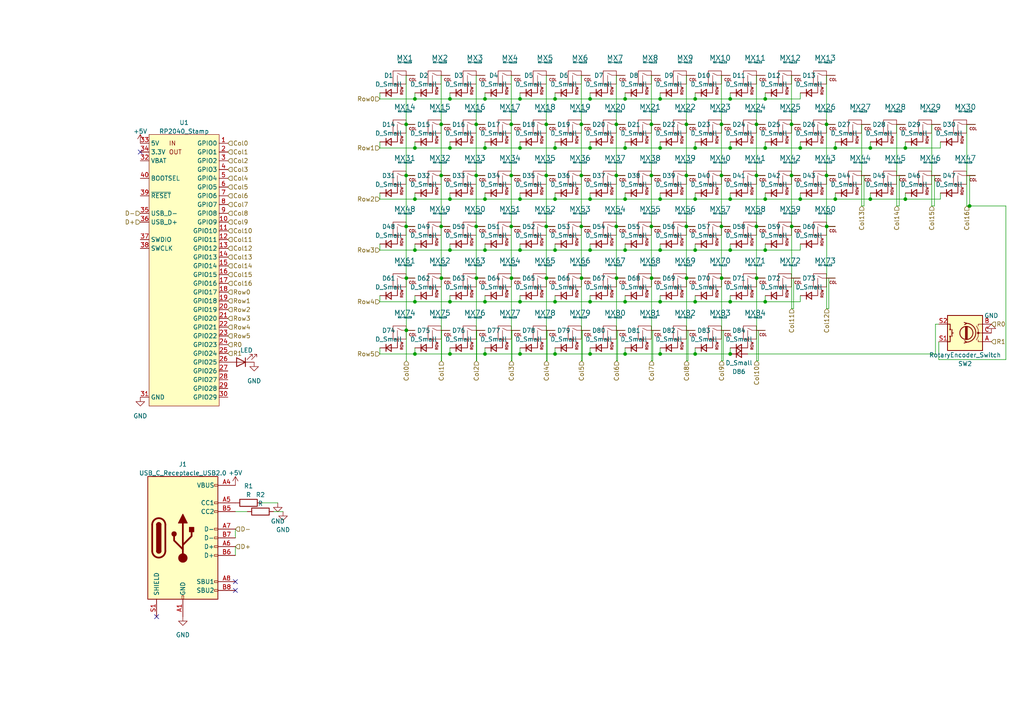
<source format=kicad_sch>
(kicad_sch (version 20230121) (generator eeschema)
  (paper "A4")
  (junction (at 221.9452 28.702))
  (junction (at 219.456 80.6704))
  (junction (at 252.4252 42.926))
  (junction (at 171.1452 42.926))
  (junction (at 229.5652 36.068))
  (junction (at 150.8252 102.6668))
  (junction (at 191.4652 57.7596))
  (junction (at 242.2652 57.7596))
  (junction (at 138.1252 36.068))
  (junction (at 171.1452 28.702))
  (junction (at 120.3452 87.5284))
  (junction (at 199.0852 65.6844))
  (junction (at 160.9852 72.5424))
  (junction (at 130.5052 72.5424))
  (junction (at 221.9452 42.926))
  (junction (at 150.8252 57.7596))
  (junction (at 168.6052 65.6844))
  (junction (at 127.9652 50.9016))
  (junction (at 199.0852 50.9016))
  (junction (at 117.8052 50.9016))
  (junction (at 120.3452 72.5424))
  (junction (at 120.3452 28.702))
  (junction (at 211.7852 102.6668))
  (junction (at 140.6652 57.7596))
  (junction (at 160.9852 42.926))
  (junction (at 221.9452 57.7596))
  (junction (at 209.2452 36.068))
  (junction (at 160.9852 102.6668))
  (junction (at 150.8252 87.5284))
  (junction (at 150.8252 72.5424))
  (junction (at 160.9852 57.7596))
  (junction (at 117.856 95.8088))
  (junction (at 130.5052 42.926))
  (junction (at 130.5052 28.702))
  (junction (at 209.2452 50.9016))
  (junction (at 181.3052 57.7596))
  (junction (at 158.496 80.6704))
  (junction (at 199.0852 36.068))
  (junction (at 130.5052 57.7596))
  (junction (at 281.2288 59.7408))
  (junction (at 178.7652 65.6844))
  (junction (at 138.176 80.6704))
  (junction (at 171.1452 102.6668))
  (junction (at 158.4452 65.6844))
  (junction (at 242.2652 42.926))
  (junction (at 150.8252 28.702))
  (junction (at 148.2852 36.068))
  (junction (at 239.7252 50.9016))
  (junction (at 181.3052 87.5284))
  (junction (at 199.136 80.6704))
  (junction (at 178.7652 36.068))
  (junction (at 120.3452 57.7596))
  (junction (at 201.6252 72.5424))
  (junction (at 171.1452 72.5424))
  (junction (at 138.1252 50.9016))
  (junction (at 252.4252 57.7596))
  (junction (at 221.9452 87.5284))
  (junction (at 201.6252 87.5284))
  (junction (at 181.3052 102.6668))
  (junction (at 209.296 80.6704))
  (junction (at 140.6652 28.702))
  (junction (at 138.1252 65.6844))
  (junction (at 140.6652 102.6668))
  (junction (at 120.3452 102.6668))
  (junction (at 171.1452 57.7596))
  (junction (at 140.6652 42.926))
  (junction (at 191.4652 102.6668))
  (junction (at 232.1052 42.926))
  (junction (at 229.616 65.6844))
  (junction (at 128.016 80.6704))
  (junction (at 117.8052 65.6844))
  (junction (at 201.6252 42.926))
  (junction (at 201.6252 28.702))
  (junction (at 140.6652 72.5424))
  (junction (at 191.4652 72.5424))
  (junction (at 211.7852 42.926))
  (junction (at 201.6252 57.7596))
  (junction (at 181.3052 28.702))
  (junction (at 130.5052 87.5284))
  (junction (at 148.336 80.6704))
  (junction (at 232.1052 57.7596))
  (junction (at 211.7852 72.5424))
  (junction (at 148.2852 65.6844))
  (junction (at 219.4052 36.068))
  (junction (at 229.5652 50.9016))
  (junction (at 178.7652 50.9016))
  (junction (at 181.3052 72.5424))
  (junction (at 188.9252 36.068))
  (junction (at 209.2452 65.6844))
  (junction (at 262.5852 57.7596))
  (junction (at 127.9652 65.6844))
  (junction (at 117.8052 36.068))
  (junction (at 239.776 65.6844))
  (junction (at 188.9252 65.6844))
  (junction (at 178.816 80.6704))
  (junction (at 191.4652 87.5284))
  (junction (at 211.7852 87.5284))
  (junction (at 140.6652 87.5284))
  (junction (at 191.4652 28.702))
  (junction (at 160.9852 28.702))
  (junction (at 191.4652 42.926))
  (junction (at 150.8252 42.926))
  (junction (at 221.9452 72.5424))
  (junction (at 211.7852 57.7596))
  (junction (at 211.7852 28.702))
  (junction (at 158.4452 50.9016))
  (junction (at 181.3052 42.926))
  (junction (at 158.4452 36.068))
  (junction (at 168.6052 50.9016))
  (junction (at 171.1452 87.5284))
  (junction (at 130.5052 102.6668))
  (junction (at 219.4052 65.6844))
  (junction (at 239.7252 36.068))
  (junction (at 168.6052 36.068))
  (junction (at 201.6252 102.6668))
  (junction (at 117.856 80.6704))
  (junction (at 148.2852 50.9016))
  (junction (at 219.4052 50.9016))
  (junction (at 168.656 80.6704))
  (junction (at 188.976 80.6704))
  (junction (at 262.5852 42.926))
  (junction (at 120.3452 42.926))
  (junction (at 127.9652 36.068))
  (junction (at 160.9852 87.5284))
  (junction (at 188.9252 50.9016))
  (no_connect (at 68.2752 171.2468))
  (no_connect (at 68.2752 168.7068))
  (no_connect (at 45.4152 178.8668))
  (no_connect (at 40.6908 44.0944))
  (wire (pts (xy 127.9652 65.6844) (xy 130.5052 65.6844)))
  (wire (pts (xy 221.9452 41.148) (xy 221.9452 42.926)))
  (wire (pts (xy 160.9852 26.924) (xy 160.9852 28.702)))
  (wire (pts (xy 209.2452 50.9016) (xy 209.2452 65.6844)))
  (wire (pts (xy 128.016 80.6704) (xy 128.016 104.648)))
  (wire (pts (xy 209.2452 36.068) (xy 209.2452 50.9016)))
  (wire (pts (xy 160.9852 28.702) (xy 171.1452 28.702)))
  (wire (pts (xy 179.1208 104.648) (xy 179.1208 95.8088)))
  (wire (pts (xy 229.616 65.6844) (xy 229.616 89.5096)))
  (wire (pts (xy 171.1452 85.7504) (xy 171.1452 87.5284)))
  (wire (pts (xy 171.1452 70.7644) (xy 171.1452 72.5424)))
  (wire (pts (xy 252.4252 36.068) (xy 249.936 36.068)))
  (wire (pts (xy 242.2652 42.926) (xy 252.4252 42.926)))
  (wire (pts (xy 127.9652 50.9016) (xy 127.9652 65.6844)))
  (wire (pts (xy 209.2452 65.6844) (xy 211.7852 65.6844)))
  (wire (pts (xy 120.3452 55.9816) (xy 120.3452 57.7596)))
  (wire (pts (xy 181.3052 102.6668) (xy 191.4652 102.6668)))
  (wire (pts (xy 239.7252 36.068) (xy 239.7252 50.9016)))
  (wire (pts (xy 229.5652 50.9016) (xy 229.5652 65.6844)))
  (wire (pts (xy 209.296 80.6704) (xy 209.296 104.648)))
  (wire (pts (xy 160.9852 87.5284) (xy 171.1452 87.5284)))
  (wire (pts (xy 191.4652 70.7644) (xy 191.4652 72.5424)))
  (wire (pts (xy 120.3452 41.148) (xy 120.3452 42.926)))
  (wire (pts (xy 209.2452 21.844) (xy 209.2452 36.068)))
  (wire (pts (xy 128.016 104.648) (xy 128.0668 104.648)))
  (wire (pts (xy 229.616 89.5096) (xy 230.1748 89.5096)))
  (wire (pts (xy 158.496 80.6704) (xy 158.496 104.648)))
  (wire (pts (xy 130.5052 72.5424) (xy 140.6652 72.5424)))
  (wire (pts (xy 191.4652 100.8888) (xy 191.4652 102.6668)))
  (wire (pts (xy 168.6052 65.6844) (xy 171.1452 65.6844)))
  (wire (pts (xy 230.1748 89.5096) (xy 230.1748 80.6704)))
  (wire (pts (xy 138.1252 36.068) (xy 140.6652 36.068)))
  (wire (pts (xy 117.856 104.648) (xy 117.856 95.8088)))
  (wire (pts (xy 219.4052 65.6844) (xy 221.9452 65.6844)))
  (wire (pts (xy 127.9652 36.068) (xy 130.5052 36.068)))
  (wire (pts (xy 199.0852 50.9016) (xy 199.0852 65.6844)))
  (wire (pts (xy 221.9452 42.926) (xy 232.1052 42.926)))
  (wire (pts (xy 158.4452 65.6844) (xy 158.4452 80.6704)))
  (wire (pts (xy 117.856 80.6704) (xy 120.3452 80.6704)))
  (wire (pts (xy 199.0852 21.844) (xy 199.0852 36.068)))
  (wire (pts (xy 252.4252 57.7596) (xy 262.5852 57.7596)))
  (wire (pts (xy 191.4652 85.7504) (xy 191.4652 87.5284)))
  (wire (pts (xy 239.7252 36.068) (xy 242.2652 36.068)))
  (wire (pts (xy 178.7652 50.9016) (xy 181.3052 50.9016)))
  (wire (pts (xy 209.2452 80.6704) (xy 209.296 80.6704)))
  (wire (pts (xy 160.9852 72.5424) (xy 171.1452 72.5424)))
  (wire (pts (xy 120.3452 72.5424) (xy 130.5052 72.5424)))
  (wire (pts (xy 219.4052 50.9016) (xy 221.9452 50.9016)))
  (wire (pts (xy 188.976 104.648) (xy 189.3316 104.648)))
  (wire (pts (xy 201.6252 55.9816) (xy 201.6252 57.7596)))
  (wire (pts (xy 130.5052 100.8888) (xy 130.5052 102.6668)))
  (wire (pts (xy 158.6992 104.648) (xy 158.6992 95.8088)))
  (wire (pts (xy 130.5052 41.148) (xy 130.5052 42.926)))
  (wire (pts (xy 242.2652 57.7596) (xy 252.4252 57.7596)))
  (wire (pts (xy 201.6252 42.926) (xy 211.7852 42.926)))
  (wire (pts (xy 138.176 104.648) (xy 138.2776 104.648)))
  (wire (pts (xy 130.5052 87.5284) (xy 140.6652 87.5284)))
  (wire (pts (xy 188.976 80.6704) (xy 191.4652 80.6704)))
  (wire (pts (xy 130.5052 85.7504) (xy 130.5052 87.5284)))
  (wire (pts (xy 252.4252 42.926) (xy 262.5852 42.926)))
  (wire (pts (xy 148.2852 36.068) (xy 150.8252 36.068)))
  (wire (pts (xy 178.7652 65.6844) (xy 178.7652 80.6704)))
  (wire (pts (xy 229.5652 36.068) (xy 232.1052 36.068)))
  (wire (pts (xy 281.2288 59.7408) (xy 281.2288 50.9016)))
  (wire (pts (xy 127.9652 21.844) (xy 127.9652 36.068)))
  (wire (pts (xy 117.8052 65.6844) (xy 120.3452 65.6844)))
  (wire (pts (xy 127.9652 21.844) (xy 130.5052 21.844)))
  (wire (pts (xy 138.1252 50.9016) (xy 140.6652 50.9016)))
  (wire (pts (xy 201.6252 87.5284) (xy 211.7852 87.5284)))
  (wire (pts (xy 219.456 104.648) (xy 219.964 104.648)))
  (wire (pts (xy 188.976 80.6704) (xy 188.976 104.648)))
  (wire (pts (xy 138.176 80.6704) (xy 138.176 104.648)))
  (wire (pts (xy 140.6652 57.7596) (xy 150.8252 57.7596)))
  (wire (pts (xy 201.6252 85.7504) (xy 201.6252 87.5284)))
  (wire (pts (xy 160.9852 100.8888) (xy 160.9852 102.6668)))
  (wire (pts (xy 110.1852 85.7504) (xy 110.1852 87.5284)))
  (wire (pts (xy 189.3316 95.8088) (xy 191.4652 95.8088)))
  (wire (pts (xy 128.016 80.6704) (xy 127.9652 80.6704)))
  (wire (pts (xy 160.9852 102.6668) (xy 171.1452 102.6668)))
  (wire (pts (xy 239.776 89.5096) (xy 240.3856 89.5096)))
  (wire (pts (xy 199.136 104.648) (xy 199.5424 104.648)))
  (wire (pts (xy 178.816 80.6704) (xy 181.3052 80.6704)))
  (wire (pts (xy 199.0852 80.6704) (xy 199.136 80.6704)))
  (wire (pts (xy 71.7296 148.3868) (xy 68.2752 148.3868)))
  (wire (pts (xy 199.136 80.6704) (xy 199.136 104.648)))
  (wire (pts (xy 138.1252 21.844) (xy 138.1252 36.068)))
  (wire (pts (xy 219.964 95.8088) (xy 221.9452 95.8088)))
  (wire (pts (xy 130.5052 28.702) (xy 140.6652 28.702)))
  (wire (pts (xy 158.4452 36.068) (xy 160.9852 36.068)))
  (wire (pts (xy 240.3856 80.6704) (xy 242.2652 80.6704)))
  (wire (pts (xy 211.7852 100.8888) (xy 211.7852 102.6668)))
  (wire (pts (xy 219.4052 21.844) (xy 221.9452 21.844)))
  (wire (pts (xy 140.6652 41.148) (xy 140.6652 42.926)))
  (wire (pts (xy 188.976 80.6704) (xy 188.9252 80.6704)))
  (wire (pts (xy 232.1052 57.7596) (xy 232.1052 55.9816)))
  (wire (pts (xy 239.7252 50.9016) (xy 239.7252 65.6844)))
  (wire (pts (xy 171.1452 41.148) (xy 171.1452 42.926)))
  (wire (pts (xy 158.496 80.6704) (xy 158.4452 80.6704)))
  (wire (pts (xy 271.018 59.7408) (xy 271.018 50.9016)))
  (wire (pts (xy 160.9852 42.926) (xy 171.1452 42.926)))
  (wire (pts (xy 178.7652 21.844) (xy 178.7652 36.068)))
  (wire (pts (xy 188.9252 65.6844) (xy 191.4652 65.6844)))
  (wire (pts (xy 211.7852 55.9816) (xy 211.7852 57.7596)))
  (wire (pts (xy 221.9452 85.7504) (xy 221.9452 87.5284)))
  (wire (pts (xy 232.1052 42.926) (xy 232.1052 41.148)))
  (wire (pts (xy 179.1208 95.8088) (xy 181.3052 95.8088)))
  (wire (pts (xy 148.2852 50.9016) (xy 150.8252 50.9016)))
  (wire (pts (xy 138.2776 95.8088) (xy 140.6652 95.8088)))
  (wire (pts (xy 168.656 80.6704) (xy 171.1452 80.6704)))
  (wire (pts (xy 189.3316 104.648) (xy 189.3316 95.8088)))
  (wire (pts (xy 250.5964 59.7408) (xy 250.5964 50.9016)))
  (wire (pts (xy 199.5424 104.648) (xy 199.5424 95.8088)))
  (wire (pts (xy 178.816 104.648) (xy 179.1208 104.648)))
  (wire (pts (xy 239.776 65.6844) (xy 239.776 89.5096)))
  (wire (pts (xy 229.616 65.6844) (xy 232.1052 65.6844)))
  (wire (pts (xy 117.856 95.8088) (xy 120.3452 95.8088)))
  (wire (pts (xy 188.9252 50.9016) (xy 191.4652 50.9016)))
  (wire (pts (xy 209.296 80.6704) (xy 211.7852 80.6704)))
  (wire (pts (xy 191.4652 87.5284) (xy 201.6252 87.5284)))
  (wire (pts (xy 229.616 65.6844) (xy 229.5652 65.6844)))
  (wire (pts (xy 260.096 36.068) (xy 262.5852 36.068)))
  (wire (pts (xy 229.5652 50.9016) (xy 232.1052 50.9016)))
  (wire (pts (xy 191.4652 42.926) (xy 201.6252 42.926)))
  (wire (pts (xy 110.1852 102.6668) (xy 120.3452 102.6668)))
  (wire (pts (xy 168.656 80.6704) (xy 168.6052 80.6704)))
  (wire (pts (xy 148.2852 50.9016) (xy 148.2852 65.6844)))
  (wire (pts (xy 249.936 59.7408) (xy 250.5964 59.7408)))
  (wire (pts (xy 130.5052 70.7644) (xy 130.5052 72.5424)))
  (wire (pts (xy 188.9252 36.068) (xy 188.9252 50.9016)))
  (wire (pts (xy 262.5852 41.148) (xy 262.5852 42.926)))
  (wire (pts (xy 158.6992 95.8088) (xy 160.9852 95.8088)))
  (wire (pts (xy 148.4884 104.648) (xy 148.4884 95.8088)))
  (wire (pts (xy 188.9252 21.844) (xy 188.9252 36.068)))
  (wire (pts (xy 171.1452 42.926) (xy 181.3052 42.926)))
  (wire (pts (xy 171.1452 102.6668) (xy 181.3052 102.6668)))
  (wire (pts (xy 211.7852 26.924) (xy 211.7852 28.702)))
  (wire (pts (xy 201.6252 70.7644) (xy 201.6252 72.5424)))
  (wire (pts (xy 271.3228 94.0308) (xy 272.288 94.0308)))
  (wire (pts (xy 219.4052 80.6704) (xy 219.456 80.6704)))
  (wire (pts (xy 201.6252 100.8888) (xy 201.6252 102.6668)))
  (wire (pts (xy 270.256 36.068) (xy 270.256 59.7408)))
  (wire (pts (xy 181.3052 55.9816) (xy 181.3052 57.7596)))
  (wire (pts (xy 158.4452 36.068) (xy 158.4452 50.9016)))
  (wire (pts (xy 148.4884 95.8088) (xy 150.8252 95.8088)))
  (wire (pts (xy 219.4052 36.068) (xy 219.4052 50.9016)))
  (wire (pts (xy 148.2852 65.6844) (xy 148.2852 80.6704)))
  (wire (pts (xy 219.456 80.6704) (xy 219.456 104.648)))
  (wire (pts (xy 260.8072 50.9016) (xy 262.5852 50.9016)))
  (wire (pts (xy 127.9652 50.9016) (xy 130.5052 50.9016)))
  (wire (pts (xy 171.1452 57.7596) (xy 181.3052 57.7596)))
  (wire (pts (xy 110.1852 57.7596) (xy 120.3452 57.7596)))
  (wire (pts (xy 188.9252 36.068) (xy 191.4652 36.068)))
  (wire (pts (xy 178.7652 36.068) (xy 181.3052 36.068)))
  (wire (pts (xy 271.3228 102.6668) (xy 271.3228 94.0308)))
  (wire (pts (xy 168.656 80.6704) (xy 168.656 104.648)))
  (wire (pts (xy 181.3052 28.702) (xy 191.4652 28.702)))
  (wire (pts (xy 120.3452 26.924) (xy 120.3452 28.702)))
  (wire (pts (xy 120.3452 42.926) (xy 130.5052 42.926)))
  (wire (pts (xy 178.816 80.6704) (xy 178.7652 80.6704)))
  (wire (pts (xy 280.416 59.7408) (xy 281.2288 59.7408)))
  (wire (pts (xy 110.1852 28.702) (xy 120.3452 28.702)))
  (wire (pts (xy 191.4652 57.7596) (xy 201.6252 57.7596)))
  (wire (pts (xy 240.3856 89.5096) (xy 240.3856 80.6704)))
  (wire (pts (xy 140.6652 70.7644) (xy 140.6652 72.5424)))
  (wire (pts (xy 181.3052 41.148) (xy 181.3052 42.926)))
  (wire (pts (xy 158.4452 50.9016) (xy 158.4452 65.6844)))
  (wire (pts (xy 148.336 80.6704) (xy 148.336 104.648)))
  (wire (pts (xy 171.1452 87.5284) (xy 181.3052 87.5284)))
  (wire (pts (xy 138.1252 50.9016) (xy 138.1252 65.6844)))
  (wire (pts (xy 168.91 95.8088) (xy 171.1452 95.8088)))
  (wire (pts (xy 128.0668 104.648) (xy 128.0668 95.8088)))
  (wire (pts (xy 199.0852 21.844) (xy 201.6252 21.844)))
  (wire (pts (xy 181.3052 70.7644) (xy 181.3052 72.5424)))
  (wire (pts (xy 216.8652 102.6668) (xy 271.3228 102.6668)))
  (wire (pts (xy 219.4052 21.844) (xy 219.4052 36.068)))
  (wire (pts (xy 181.3052 42.926) (xy 191.4652 42.926)))
  (wire (pts (xy 82.0928 148.3868) (xy 79.3496 148.3868)))
  (wire (pts (xy 280.416 36.068) (xy 282.9052 36.068)))
  (wire (pts (xy 160.9852 70.7644) (xy 160.9852 72.5424)))
  (wire (pts (xy 80.5688 145.8976) (xy 80.5688 145.8468)))
  (wire (pts (xy 252.4252 41.148) (xy 252.4252 42.926)))
  (wire (pts (xy 128.0668 95.8088) (xy 130.5052 95.8088)))
  (wire (pts (xy 140.6652 28.702) (xy 150.8252 28.702)))
  (wire (pts (xy 221.9452 55.9816) (xy 221.9452 57.7596)))
  (wire (pts (xy 272.288 104.2924) (xy 291.7444 104.2924)))
  (wire (pts (xy 178.7652 21.844) (xy 181.3052 21.844)))
  (wire (pts (xy 178.7652 36.068) (xy 178.7652 50.9016)))
  (wire (pts (xy 191.4652 41.148) (xy 191.4652 42.926)))
  (wire (pts (xy 150.8252 70.7644) (xy 150.8252 72.5424)))
  (wire (pts (xy 219.456 80.6704) (xy 221.9452 80.6704)))
  (wire (pts (xy 280.416 36.068) (xy 280.416 59.7408)))
  (wire (pts (xy 117.8052 21.844) (xy 117.8052 36.068)))
  (wire (pts (xy 229.5652 36.068) (xy 229.5652 50.9016)))
  (wire (pts (xy 188.9252 21.844) (xy 191.4652 21.844)))
  (wire (pts (xy 229.5652 21.844) (xy 229.5652 36.068)))
  (wire (pts (xy 168.91 104.648) (xy 168.91 95.8088)))
  (wire (pts (xy 272.288 99.1108) (xy 272.288 104.2924)))
  (wire (pts (xy 201.6252 26.924) (xy 201.6252 28.702)))
  (wire (pts (xy 110.1852 55.9816) (xy 110.1852 57.7596)))
  (wire (pts (xy 148.2852 21.844) (xy 148.2852 36.068)))
  (wire (pts (xy 181.3052 72.5424) (xy 191.4652 72.5424)))
  (wire (pts (xy 239.7252 50.9016) (xy 242.2652 50.9016)))
  (wire (pts (xy 130.5052 26.924) (xy 130.5052 28.702)))
  (wire (pts (xy 178.7652 65.6844) (xy 181.3052 65.6844)))
  (wire (pts (xy 117.8052 50.9016) (xy 120.3452 50.9016)))
  (wire (pts (xy 110.1852 42.926) (xy 120.3452 42.926)))
  (wire (pts (xy 209.2452 36.068) (xy 211.7852 36.068)))
  (wire (pts (xy 229.5652 21.844) (xy 232.1052 21.844)))
  (wire (pts (xy 148.2852 65.6844) (xy 150.8252 65.6844)))
  (wire (pts (xy 271.018 50.9016) (xy 272.7452 50.9016)))
  (wire (pts (xy 281.2288 50.9016) (xy 282.9052 50.9016)))
  (wire (pts (xy 110.1852 41.148) (xy 110.1852 42.926)))
  (wire (pts (xy 150.8252 85.7504) (xy 150.8252 87.5284)))
  (wire (pts (xy 199.5424 95.8088) (xy 201.6252 95.8088)))
  (wire (pts (xy 181.3052 100.8888) (xy 181.3052 102.6668)))
  (wire (pts (xy 209.2452 65.6844) (xy 209.2452 80.6704)))
  (wire (pts (xy 138.176 80.6704) (xy 138.1252 80.6704)))
  (wire (pts (xy 201.6252 57.7596) (xy 211.7852 57.7596)))
  (wire (pts (xy 272.7452 57.7596) (xy 272.7452 55.9816)))
  (wire (pts (xy 140.6652 42.926) (xy 150.8252 42.926)))
  (wire (pts (xy 221.9452 28.702) (xy 232.1052 28.702)))
  (wire (pts (xy 150.8252 100.8888) (xy 150.8252 102.6668)))
  (wire (pts (xy 158.4452 65.6844) (xy 160.9852 65.6844)))
  (wire (pts (xy 150.8252 55.9816) (xy 150.8252 57.7596)))
  (wire (pts (xy 219.4052 36.068) (xy 221.9452 36.068)))
  (wire (pts (xy 219.4052 50.9016) (xy 219.4052 65.6844)))
  (wire (pts (xy 138.1252 21.844) (xy 140.6652 21.844)))
  (wire (pts (xy 120.3452 57.7596) (xy 130.5052 57.7596)))
  (wire (pts (xy 127.9652 65.6844) (xy 127.9652 80.6704)))
  (wire (pts (xy 168.6052 36.068) (xy 171.1452 36.068)))
  (wire (pts (xy 211.7852 57.7596) (xy 221.9452 57.7596)))
  (wire (pts (xy 160.9852 41.148) (xy 160.9852 42.926)))
  (wire (pts (xy 171.1452 28.702) (xy 181.3052 28.702)))
  (wire (pts (xy 130.5052 55.9816) (xy 130.5052 57.7596)))
  (wire (pts (xy 168.6052 21.844) (xy 171.1452 21.844)))
  (wire (pts (xy 168.656 104.648) (xy 168.91 104.648)))
  (wire (pts (xy 211.7852 41.148) (xy 211.7852 42.926)))
  (wire (pts (xy 140.6652 72.5424) (xy 150.8252 72.5424)))
  (wire (pts (xy 199.0852 65.6844) (xy 201.6252 65.6844)))
  (wire (pts (xy 80.5688 145.8468) (xy 75.8952 145.8468)))
  (wire (pts (xy 148.2852 36.068) (xy 148.2852 50.9016)))
  (wire (pts (xy 117.8052 36.068) (xy 120.3452 36.068)))
  (wire (pts (xy 211.7852 72.5424) (xy 221.9452 72.5424)))
  (wire (pts (xy 260.096 36.068) (xy 260.096 59.7408)))
  (wire (pts (xy 168.6052 50.9016) (xy 171.1452 50.9016)))
  (wire (pts (xy 120.3452 21.844) (xy 117.8052 21.844)))
  (wire (pts (xy 117.856 80.6704) (xy 117.856 95.8088)))
  (wire (pts (xy 130.5052 42.926) (xy 140.6652 42.926)))
  (wire (pts (xy 219.964 104.648) (xy 219.964 95.8088)))
  (wire (pts (xy 242.2652 55.9816) (xy 242.2652 57.7596)))
  (wire (pts (xy 150.8252 72.5424) (xy 160.9852 72.5424)))
  (wire (pts (xy 188.9252 50.9016) (xy 188.9252 65.6844)))
  (wire (pts (xy 158.4452 21.844) (xy 158.4452 36.068)))
  (wire (pts (xy 120.3452 28.702) (xy 130.5052 28.702)))
  (wire (pts (xy 150.8252 41.148) (xy 150.8252 42.926)))
  (wire (pts (xy 128.016 80.6704) (xy 130.5052 80.6704)))
  (wire (pts (xy 262.5852 42.926) (xy 272.7452 42.926)))
  (wire (pts (xy 110.1852 72.5424) (xy 120.3452 72.5424)))
  (wire (pts (xy 138.1252 65.6844) (xy 140.6652 65.6844)))
  (wire (pts (xy 140.6652 102.6668) (xy 150.8252 102.6668)))
  (wire (pts (xy 239.776 65.6844) (xy 242.2652 65.6844)))
  (wire (pts (xy 168.6052 36.068) (xy 168.6052 50.9016)))
  (wire (pts (xy 120.3452 85.7504) (xy 120.3452 87.5284)))
  (wire (pts (xy 140.6652 26.924) (xy 140.6652 28.702)))
  (wire (pts (xy 160.9852 55.9816) (xy 160.9852 57.7596)))
  (wire (pts (xy 232.1052 42.926) (xy 242.2652 42.926)))
  (wire (pts (xy 232.1052 28.702) (xy 232.1052 26.924)))
  (wire (pts (xy 171.1452 72.5424) (xy 181.3052 72.5424)))
  (wire (pts (xy 199.0852 36.068) (xy 199.0852 50.9016)))
  (wire (pts (xy 230.1748 80.6704) (xy 232.1052 80.6704)))
  (wire (pts (xy 239.776 65.6844) (xy 239.7252 65.6844)))
  (wire (pts (xy 168.6052 50.9016) (xy 168.6052 65.6844)))
  (wire (pts (xy 272.7452 42.926) (xy 272.7452 41.148)))
  (wire (pts (xy 110.1852 70.7644) (xy 110.1852 72.5424)))
  (wire (pts (xy 138.176 80.6704) (xy 140.6652 80.6704)))
  (wire (pts (xy 117.8052 65.6844) (xy 117.8052 80.6704)))
  (wire (pts (xy 158.4452 21.844) (xy 160.9852 21.844)))
  (wire (pts (xy 201.6252 102.6668) (xy 211.7852 102.6668)))
  (wire (pts (xy 209.2452 50.9016) (xy 211.7852 50.9016)))
  (wire (pts (xy 130.5052 57.7596) (xy 140.6652 57.7596)))
  (wire (pts (xy 211.7852 70.7644) (xy 211.7852 72.5424)))
  (wire (pts (xy 138.1252 36.068) (xy 138.1252 50.9016)))
  (wire (pts (xy 191.4652 102.6668) (xy 201.6252 102.6668)))
  (wire (pts (xy 140.6652 85.7504) (xy 140.6652 87.5284)))
  (wire (pts (xy 68.2752 153.4668) (xy 68.2752 156.0068)))
  (wire (pts (xy 150.8252 102.6668) (xy 160.9852 102.6668)))
  (wire (pts (xy 232.1052 72.5424) (xy 232.1052 70.7644)))
  (wire (pts (xy 260.096 59.7408) (xy 260.8072 59.7408)))
  (wire (pts (xy 140.6652 87.5284) (xy 150.8252 87.5284)))
  (wire (pts (xy 140.6652 100.8888) (xy 140.6652 102.6668)))
  (wire (pts (xy 171.1452 100.8888) (xy 171.1452 102.6668)))
  (wire (pts (xy 181.3052 57.7596) (xy 191.4652 57.7596)))
  (wire (pts (xy 117.856 80.6704) (xy 117.8052 80.6704)))
  (wire (pts (xy 209.7532 104.648) (xy 209.7532 95.8088)))
  (wire (pts (xy 178.816 80.6704) (xy 178.816 104.648)))
  (wire (pts (xy 138.2776 104.648) (xy 138.2776 95.8088)))
  (wire (pts (xy 110.1852 100.8888) (xy 110.1852 102.6668)))
  (wire (pts (xy 120.3452 100.8888) (xy 120.3452 102.6668)))
  (wire (pts (xy 110.1852 87.5284) (xy 120.3452 87.5284)))
  (wire (pts (xy 150.8252 28.702) (xy 160.9852 28.702)))
  (wire (pts (xy 150.8252 57.7596) (xy 160.9852 57.7596)))
  (wire (pts (xy 117.8052 36.068) (xy 117.8052 50.9016)))
  (wire (pts (xy 188.9252 65.6844) (xy 188.9252 80.6704)))
  (wire (pts (xy 148.336 80.6704) (xy 150.8252 80.6704)))
  (wire (pts (xy 199.136 80.6704) (xy 201.6252 80.6704)))
  (wire (pts (xy 209.2452 21.844) (xy 211.7852 21.844)))
  (wire (pts (xy 148.336 80.6704) (xy 148.2852 80.6704)))
  (wire (pts (xy 150.8252 87.5284) (xy 160.9852 87.5284)))
  (wire (pts (xy 148.2852 21.844) (xy 150.8252 21.844)))
  (wire (pts (xy 178.7652 50.9016) (xy 178.7652 65.6844)))
  (wire (pts (xy 160.9852 85.7504) (xy 160.9852 87.5284)))
  (wire (pts (xy 262.5852 57.7596) (xy 272.7452 57.7596)))
  (wire (pts (xy 221.9452 57.7596) (xy 232.1052 57.7596)))
  (wire (pts (xy 158.496 104.648) (xy 158.6992 104.648)))
  (wire (pts (xy 127.9652 36.068) (xy 127.9652 50.9016)))
  (wire (pts (xy 252.4252 55.9816) (xy 252.4252 57.7596)))
  (wire (pts (xy 191.4652 28.702) (xy 201.6252 28.702)))
  (wire (pts (xy 262.5852 55.9816) (xy 262.5852 57.7596)))
  (wire (pts (xy 281.2288 59.7408) (xy 291.7444 59.7408)))
  (wire (pts (xy 260.8072 59.7408) (xy 260.8072 50.9016)))
  (wire (pts (xy 158.496 80.6704) (xy 160.9852 80.6704)))
  (wire (pts (xy 181.3052 26.924) (xy 181.3052 28.702)))
  (wire (pts (xy 211.7852 28.702) (xy 221.9452 28.702)))
  (wire (pts (xy 221.9452 70.7644) (xy 221.9452 72.5424)))
  (wire (pts (xy 209.296 104.648) (xy 209.7532 104.648)))
  (wire (pts (xy 181.3052 85.7504) (xy 181.3052 87.5284)))
  (wire (pts (xy 168.6052 65.6844) (xy 168.6052 80.6704)))
  (wire (pts (xy 201.6252 72.5424) (xy 211.7852 72.5424)))
  (wire (pts (xy 150.8252 26.924) (xy 150.8252 28.702)))
  (wire (pts (xy 199.0852 36.068) (xy 201.6252 36.068)))
  (wire (pts (xy 201.6252 28.702) (xy 211.7852 28.702)))
  (wire (pts (xy 232.1052 57.7596) (xy 242.2652 57.7596)))
  (wire (pts (xy 221.9452 87.5284) (xy 232.1052 87.5284)))
  (wire (pts (xy 191.4652 26.924) (xy 191.4652 28.702)))
  (wire (pts (xy 270.256 36.068) (xy 272.7452 36.068)))
  (wire (pts (xy 249.936 36.068) (xy 249.936 59.7408)))
  (wire (pts (xy 68.2752 158.5468) (xy 68.2752 161.0868)))
  (wire (pts (xy 211.7852 87.5284) (xy 221.9452 87.5284)))
  (wire (pts (xy 239.7252 21.844) (xy 242.2652 21.844)))
  (wire (pts (xy 201.6252 41.148) (xy 201.6252 42.926)))
  (wire (pts (xy 211.7852 42.926) (xy 221.9452 42.926)))
  (wire (pts (xy 181.3052 87.5284) (xy 191.4652 87.5284)))
  (wire (pts (xy 221.9452 26.924) (xy 221.9452 28.702)))
  (wire (pts (xy 211.7852 85.7504) (xy 211.7852 87.5284)))
  (wire (pts (xy 221.9452 72.5424) (xy 232.1052 72.5424)))
  (wire (pts (xy 242.2652 41.148) (xy 242.2652 42.926)))
  (wire (pts (xy 219.4052 65.6844) (xy 219.4052 80.6704)))
  (wire (pts (xy 160.9852 57.7596) (xy 171.1452 57.7596)))
  (wire (pts (xy 130.5052 102.6668) (xy 140.6652 102.6668)))
  (wire (pts (xy 191.4652 55.9816) (xy 191.4652 57.7596)))
  (wire (pts (xy 120.3452 70.7644) (xy 120.3452 72.5424)))
  (wire (pts (xy 140.6652 55.9816) (xy 140.6652 57.7596)))
  (wire (pts (xy 199.0852 50.9016) (xy 201.6252 50.9016)))
  (wire (pts (xy 138.1252 65.6844) (xy 138.1252 80.6704)))
  (wire (pts (xy 171.1452 55.9816) (xy 171.1452 57.7596)))
  (wire (pts (xy 120.3452 102.6668) (xy 130.5052 102.6668)))
  (wire (pts (xy 232.1052 87.5284) (xy 232.1052 85.7504)))
  (wire (pts (xy 150.8252 42.926) (xy 160.9852 42.926)))
  (wire (pts (xy 239.7252 21.844) (xy 239.7252 36.068)))
  (wire (pts (xy 117.8052 50.9016) (xy 117.8052 65.6844)))
  (wire (pts (xy 209.7532 95.8088) (xy 211.7852 95.8088)))
  (wire (pts (xy 291.7444 104.2924) (xy 291.7444 59.7408)))
  (wire (pts (xy 120.3452 87.5284) (xy 130.5052 87.5284)))
  (wire (pts (xy 158.4452 50.9016) (xy 160.9852 50.9016)))
  (wire (pts (xy 199.0852 65.6844) (xy 199.0852 80.6704)))
  (wire (pts (xy 110.1852 26.924) (xy 110.1852 28.702)))
  (wire (pts (xy 148.336 104.648) (xy 148.4884 104.648)))
  (wire (pts (xy 250.5964 50.9016) (xy 252.4252 50.9016)))
  (wire (pts (xy 171.1452 26.924) (xy 171.1452 28.702)))
  (wire (pts (xy 191.4652 72.5424) (xy 201.6252 72.5424)))
  (wire (pts (xy 270.256 59.7408) (xy 271.018 59.7408)))
  (wire (pts (xy 168.6052 21.844) (xy 168.6052 36.068)))
  (hierarchical_label "Col15" (shape input) (at 66.0908 79.6544 0))
  (hierarchical_label "Col8" (shape input) (at 66.0908 61.8744 0))
  (hierarchical_label "Row4" (shape input) (at 110.1852 87.5284 180))
  (hierarchical_label "Col4" (shape input) (at 66.0908 51.7144 0))
  (hierarchical_label "Col13" (shape input) (at 66.0908 74.5744 0))
  (hierarchical_label "Col10" (shape input) (at 66.0908 66.9544 0))
  (hierarchical_label "Col4" (shape input) (at 158.496 104.648 270))
  (hierarchical_label "Col8" (shape input) (at 199.136 104.648 270))
  (hierarchical_label "Col12" (shape input) (at 66.0908 72.0344 0))
  (hierarchical_label "Col12" (shape input) (at 239.776 89.5096 270))
  (hierarchical_label "Col1" (shape input) (at 128.016 104.648 270))
  (hierarchical_label "Col16" (shape input) (at 280.416 59.7408 270))
  (hierarchical_label "Row5" (shape input) (at 110.1852 102.6668 180))
  (hierarchical_label "Col3" (shape input) (at 148.336 104.648 270))
  (hierarchical_label "Col10" (shape input) (at 219.456 104.648 270))
  (hierarchical_label "Col16" (shape input) (at 66.0908 82.1944 0))
  (hierarchical_label "Row5" (shape input) (at 66.0908 97.4344 0))
  (hierarchical_label "Col9" (shape input) (at 66.0908 64.4144 0))
  (hierarchical_label "R1" (shape input) (at 66.0908 102.5144 0))
  (hierarchical_label "Row4" (shape input) (at 66.0908 94.8944 0))
  (hierarchical_label "Col5" (shape input) (at 66.0908 54.2544 0))
  (hierarchical_label "Row1" (shape input) (at 66.0908 87.2744 0))
  (hierarchical_label "Col14" (shape input) (at 66.0908 77.1144 0))
  (hierarchical_label "Col11" (shape input) (at 229.616 89.5096 270))
  (hierarchical_label "Col1" (shape input) (at 66.0908 44.0944 0))
  (hierarchical_label "Col7" (shape input) (at 66.0908 59.3344 0))
  (hierarchical_label "Col15" (shape input) (at 270.256 59.7408 270))
  (hierarchical_label "Col13" (shape input) (at 249.936 59.7408 270))
  (hierarchical_label "D-" (shape input) (at 68.2752 153.4668 0))
  (hierarchical_label "Col9" (shape input) (at 209.296 104.648 270))
  (hierarchical_label "Col0" (shape input) (at 66.0908 41.5544 0))
  (hierarchical_label "Row0" (shape input) (at 66.0908 84.7344 0))
  (hierarchical_label "D+" (shape input) (at 40.6908 64.4144 180))
  (hierarchical_label "Row3" (shape input) (at 110.1852 72.5424 180))
  (hierarchical_label "Col11" (shape input) (at 66.0908 69.4944 0))
  (hierarchical_label "Col5" (shape input) (at 168.656 104.648 270))
  (hierarchical_label "Row3" (shape input) (at 66.0908 92.3544 0))
  (hierarchical_label "Col7" (shape input) (at 188.976 104.648 270))
  (hierarchical_label "R0" (shape input) (at 287.528 94.0308 0))
  (hierarchical_label "Col6" (shape input) (at 178.816 104.648 270))
  (hierarchical_label "D-" (shape input) (at 40.6908 61.8744 180))
  (hierarchical_label "Row1" (shape input) (at 110.1852 42.926 180))
  (hierarchical_label "Row0" (shape input) (at 110.1852 28.702 180))
  (hierarchical_label "Col2" (shape input) (at 138.176 104.648 270))
  (hierarchical_label "R0" (shape input) (at 66.0908 99.9744 0))
  (hierarchical_label "R1" (shape input) (at 287.528 99.1108 0))
  (hierarchical_label "Row2" (shape input) (at 66.0908 89.8144 0))
  (hierarchical_label "Col6" (shape input) (at 66.0908 56.7944 0))
  (hierarchical_label "Col2" (shape input) (at 66.0908 46.6344 0))
  (hierarchical_label "D+" (shape input) (at 68.2752 158.5468 0))
  (hierarchical_label "Col0" (shape input) (at 117.856 104.648 270))
  (hierarchical_label "Row2" (shape input) (at 110.1852 57.7596 180))
  (hierarchical_label "Col3" (shape input) (at 66.0908 49.1744 0))
  (hierarchical_label "Col14" (shape input) (at 260.096 59.7408 270))
  (symbol (lib_id "MX_Alps_Hybrid:MX-NoLED") (at 116.5352 97.0788 0) (unit 1)
    (property "Reference" "MX74" (at 117.4184 90.7796 0) (effects (font (size 1.524 1.524))))
    (property "Value" "MX-NoLED" (at 117.4184 92.0496 0) (effects (font (size 0.508 0.508))))
    (property "Footprint" "MX_Hotswap:MX-Hotswap-1.25U" (effects hide))
  )
  (symbol (lib_id "Device:D_Small") (at 224.4852 55.9816 0) (unit 1)
    (property "Reference" "D42" (at 224.4852 50.9524 0))
    (property "Value" "D_Small" (at 224.4852 53.4924 0))
    (property "Footprint" "Keebio:Diode" (effects hide))
    (property "Sim.Device" "D" (effects hide))
    (property "Sim.Pins" "1=K 2=A" (effects hide))
  )
  (symbol (lib_id "Device:D_Small") (at 143.2052 41.148 0) (unit 1)
    (property "Reference" "D17" (at 143.2052 36.1188 0))
    (property "Value" "D_Small" (at 143.2052 38.6588 0))
    (property "Footprint" "Keebio:Diode" (effects hide))
    (property "Sim.Device" "D" (effects hide))
    (property "Sim.Pins" "1=K 2=A" (effects hide))
  )
  (symbol (lib_id "Device:D_Small") (at 244.8052 41.148 0) (unit 1)
    (property "Reference" "D27" (at 244.8052 36.1188 0))
    (property "Value" "D_Small" (at 244.8052 38.6588 0))
    (property "Footprint" "Keebio:Diode" (effects hide))
    (property "Sim.Device" "D" (effects hide))
    (property "Sim.Pins" "1=K 2=A" (effects hide))
  )
  (symbol (lib_id "MX_Alps_Hybrid:MX-NoLED") (at 187.6552 37.338 0) (unit 1)
    (property "Reference" "MX21" (at 188.5384 31.0388 0) (effects (font (size 1.524 1.524))))
    (property "Value" "MX-NoLED" (at 188.5384 32.3088 0) (effects (font (size 0.508 0.508))))
    (property "Footprint" "MX_Hotswap:MX-Hotswap-1U" (effects hide))
  )
  (symbol (lib_id "MX_Alps_Hybrid:MX-NoLED") (at 218.1352 97.0788 0) (unit 1)
    (property "Reference" "MX84" (at 219.0184 90.7796 0) (effects (font (size 1.524 1.524))))
    (property "Value" "MX-NoLED" (at 219.0184 92.0496 0) (effects (font (size 0.508 0.508))))
    (property "Footprint" "MX_Hotswap:MX-Hotswap-1U" (effects hide))
  )
  (symbol (lib_id "Device:RotaryEncoder_Switch") (at 279.908 96.5708 180) (unit 1)
    (property "Reference" "SW2" (at 279.908 105.5116 0))
    (property "Value" "RotaryEncoder_Switch" (at 279.908 102.9716 0))
    (property "Footprint" "Keebio:RotaryEncoder_Alps_EC11E-Switch_Vertical_H20mm" (effects hide))
  )
  (symbol (lib_id "Device:D_Small") (at 183.8452 55.9816 0) (unit 1)
    (property "Reference" "D38" (at 183.8452 50.9524 0))
    (property "Value" "D_Small" (at 183.8452 53.4924 0))
    (property "Footprint" "Keebio:Diode" (effects hide))
    (property "Sim.Device" "D" (effects hide))
    (property "Sim.Pins" "1=K 2=A" (effects hide))
  )
  (symbol (lib_id "Device:D_Small") (at 122.8852 26.924 0) (unit 1)
    (property "Reference" "D2" (at 122.8852 21.8948 0))
    (property "Value" "D_Small" (at 122.8852 24.4348 0))
    (property "Footprint" "Keebio:Diode" (effects hide))
    (property "Sim.Device" "D" (effects hide))
    (property "Sim.Pins" "1=K 2=A" (effects hide))
  )
  (symbol (lib_id "MX_Alps_Hybrid:MX-NoLED") (at 228.2952 66.9544 0) (unit 1)
    (property "Reference" "MX59" (at 229.1784 60.6552 0) (effects (font (size 1.524 1.524))))
    (property "Value" "MX-NoLED" (at 229.1784 61.9252 0) (effects (font (size 0.508 0.508))))
    (property "Footprint" "MX_Hotswap:MX-Hotswap-1U" (effects hide))
  )
  (symbol (lib_id "Device:D_Small") (at 224.4852 41.148 0) (unit 1)
    (property "Reference" "D25" (at 224.4852 36.1188 0))
    (property "Value" "D_Small" (at 224.4852 38.6588 0))
    (property "Footprint" "Keebio:Diode" (effects hide))
    (property "Sim.Device" "D" (effects hide))
    (property "Sim.Pins" "1=K 2=A" (effects hide))
  )
  (symbol (lib_id "power:GND") (at 82.0928 148.3868 0) (unit 1)
    (property "Reference" "#PWR05" (effects hide))
    (property "Value" "GND" (at 82.0928 153.67 0))
  )
  (symbol (lib_id "Device:D_Small") (at 194.0052 55.9816 0) (unit 1)
    (property "Reference" "D39" (at 194.0052 50.9524 0))
    (property "Value" "D_Small" (at 194.0052 53.4924 0))
    (property "Footprint" "Keebio:Diode" (effects hide))
    (property "Sim.Device" "D" (effects hide))
    (property "Sim.Pins" "1=K 2=A" (effects hide))
  )
  (symbol (lib_id "Device:D_Small") (at 143.2052 55.9816 0) (unit 1)
    (property "Reference" "D34" (at 143.2052 50.9524 0))
    (property "Value" "D_Small" (at 143.2052 53.4924 0))
    (property "Footprint" "Keebio:Diode" (effects hide))
    (property "Sim.Device" "D" (effects hide))
    (property "Sim.Pins" "1=K 2=A" (effects hide))
  )
  (symbol (lib_id "MX_Alps_Hybrid:MX-NoLED") (at 218.1352 37.338 0) (unit 1)
    (property "Reference" "MX24" (at 219.0184 31.0388 0) (effects (font (size 1.524 1.524))))
    (property "Value" "MX-NoLED" (at 219.0184 32.3088 0) (effects (font (size 0.508 0.508))))
    (property "Footprint" "MX_Hotswap:MX-Hotswap-1U" (effects hide))
  )
  (symbol (lib_id "MX_Alps_Hybrid:MX-NoLED") (at 258.7752 52.1716 0) (unit 1)
    (property "Reference" "MX45" (at 259.6584 45.8724 0) (effects (font (size 1.524 1.524))))
    (property "Value" "MX-NoLED" (at 259.6584 47.1424 0) (effects (font (size 0.508 0.508))))
    (property "Footprint" "MX_Hotswap:MX-Hotswap-1U" (effects hide))
  )
  (symbol (lib_id "MX_Alps_Hybrid:MX-NoLED") (at 157.1752 97.0788 0) (unit 1)
    (property "Reference" "MX78" (at 158.0584 90.7796 0) (effects (font (size 1.524 1.524))))
    (property "Value" "MX-NoLED" (at 158.0584 92.0496 0) (effects (font (size 0.508 0.508))))
    (property "Footprint" "MX_Hotswap:MX-Hotswap-1.25U" (effects hide))
  )
  (symbol (lib_id "MX_Alps_Hybrid:MX-NoLED") (at 248.6152 52.1716 0) (unit 1)
    (property "Reference" "MX44" (at 249.4984 45.8724 0) (effects (font (size 1.524 1.524))))
    (property "Value" "MX-NoLED" (at 249.4984 47.1424 0) (effects (font (size 0.508 0.508))))
    (property "Footprint" "MX_Hotswap:MX-Hotswap-1.5U" (effects hide))
  )
  (symbol (lib_id "MX_Alps_Hybrid:MX-NoLED") (at 197.8152 97.0788 0) (unit 1)
    (property "Reference" "MX82" (at 198.6984 90.7796 0) (effects (font (size 1.524 1.524))))
    (property "Value" "MX-NoLED" (at 198.6984 92.0496 0) (effects (font (size 0.508 0.508))))
    (property "Footprint" "MX_Hotswap:MX-Hotswap-1U" (effects hide))
  )
  (symbol (lib_id "Device:D_Small") (at 275.2852 41.148 0) (unit 1)
    (property "Reference" "D30" (at 275.2852 36.1188 0))
    (property "Value" "D_Small" (at 275.2852 38.6588 0))
    (property "Footprint" "Keebio:Diode" (effects hide))
    (property "Sim.Device" "D" (effects hide))
    (property "Sim.Pins" "1=K 2=A" (effects hide))
  )
  (symbol (lib_id "MX_Alps_Hybrid:MX-NoLED") (at 218.1352 66.9544 0) (unit 1)
    (property "Reference" "MX58" (at 219.0184 60.6552 0) (effects (font (size 1.524 1.524))))
    (property "Value" "MX-NoLED" (at 219.0184 61.9252 0) (effects (font (size 0.508 0.508))))
    (property "Footprint" "MX_Hotswap:MX-Hotswap-1U" (effects hide))
  )
  (symbol (lib_id "Device:D_Small") (at 214.3252 55.9816 0) (unit 1)
    (property "Reference" "D41" (at 214.3252 50.9524 0))
    (property "Value" "D_Small" (at 214.3252 53.4924 0))
    (property "Footprint" "Keebio:Diode" (effects hide))
    (property "Sim.Device" "D" (effects hide))
    (property "Sim.Pins" "1=K 2=A" (effects hide))
  )
  (symbol (lib_id "MX_Alps_Hybrid:MX-NoLED") (at 238.4552 37.338 0) (unit 1)
    (property "Reference" "MX26" (at 239.3384 31.0388 0) (effects (font (size 1.524 1.524))))
    (property "Value" "MX-NoLED" (at 239.3384 32.3088 0) (effects (font (size 0.508 0.508))))
    (property "Footprint" "MX_Hotswap:MX-Hotswap-1U" (effects hide))
  )
  (symbol (lib_id "Device:D_Small") (at 153.3652 100.8888 0) (unit 1)
    (property "Reference" "D78" (at 153.3652 95.8596 0))
    (property "Value" "D_Small" (at 153.3652 98.3996 0))
    (property "Footprint" "Keebio:Diode" (effects hide))
    (property "Sim.Device" "D" (effects hide))
    (property "Sim.Pins" "1=K 2=A" (effects hide))
  )
  (symbol (lib_id "Device:D_Small") (at 153.3652 26.924 0) (unit 1)
    (property "Reference" "D5" (at 153.3652 21.8948 0))
    (property "Value" "D_Small" (at 153.3652 24.4348 0))
    (property "Footprint" "Keebio:Diode" (effects hide))
    (property "Sim.Device" "D" (effects hide))
    (property "Sim.Pins" "1=K 2=A" (effects hide))
  )
  (symbol (lib_id "MX_Alps_Hybrid:MX-NoLED") (at 116.5352 23.114 0) (unit 1)
    (property "Reference" "MX1" (at 117.4184 16.8148 0) (effects (font (size 1.524 1.524))))
    (property "Value" "MX-NoLED" (at 117.4184 18.0848 0) (effects (font (size 0.508 0.508))))
    (property "Footprint" "MX_Hotswap:MX-Hotswap-1U" (effects hide))
  )
  (symbol (lib_id "MX_Alps_Hybrid:MX-NoLED") (at 167.3352 37.338 0) (unit 1)
    (property "Reference" "MX19" (at 168.2184 31.0388 0) (effects (font (size 1.524 1.524))))
    (property "Value" "MX-NoLED" (at 168.2184 32.3088 0) (effects (font (size 0.508 0.508))))
    (property "Footprint" "MX_Hotswap:MX-Hotswap-1U" (effects hide))
  )
  (symbol (lib_id "Device:D_Small") (at 112.7252 100.8888 0) (unit 1)
    (property "Reference" "D74" (at 112.7252 95.8596 0))
    (property "Value" "D_Small" (at 112.7252 98.3996 0))
    (property "Footprint" "Keebio:Diode" (effects hide))
    (property "Sim.Device" "D" (effects hide))
    (property "Sim.Pins" "1=K 2=A" (effects hide))
  )
  (symbol (lib_id "Device:D_Small") (at 153.3652 85.7504 0) (unit 1)
    (property "Reference" "D65" (at 153.3652 80.7212 0))
    (property "Value" "D_Small" (at 153.3652 83.2612 0))
    (property "Footprint" "Keebio:Diode" (effects hide))
    (property "Sim.Device" "D" (effects hide))
    (property "Sim.Pins" "1=K 2=A" (effects hide))
  )
  (symbol (lib_id "Device:D_Small") (at 265.1252 55.9816 0) (unit 1)
    (property "Reference" "D46" (at 265.1252 50.9524 0))
    (property "Value" "D_Small" (at 265.1252 53.4924 0))
    (property "Footprint" "Keebio:Diode" (effects hide))
    (property "Sim.Device" "D" (effects hide))
    (property "Sim.Pins" "1=K 2=A" (effects hide))
  )
  (symbol (lib_id "MX_Alps_Hybrid:MX-NoLED") (at 147.0152 97.0788 0) (unit 1)
    (property "Reference" "MX77" (at 147.8984 90.7796 0) (effects (font (size 1.524 1.524))))
    (property "Value" "MX-NoLED" (at 147.8984 92.0496 0) (effects (font (size 0.508 0.508))))
    (property "Footprint" "MX_Hotswap:MX-Hotswap-6.25U" (effects hide))
  )
  (symbol (lib_id "Device:D_Small") (at 183.8452 100.8888 0) (unit 1)
    (property "Reference" "D81" (at 183.8452 95.8596 0))
    (property "Value" "D_Small" (at 183.8452 98.3996 0))
    (property "Footprint" "Keebio:Diode" (effects hide))
    (property "Sim.Device" "D" (effects hide))
    (property "Sim.Pins" "1=K 2=A" (effects hide))
  )
  (symbol (lib_id "Device:D_Small") (at 234.6452 26.924 0) (unit 1)
    (property "Reference" "D13" (at 234.6452 21.8948 0))
    (property "Value" "D_Small" (at 234.6452 24.4348 0))
    (property "Footprint" "Keebio:Diode" (effects hide))
    (property "Sim.Device" "D" (effects hide))
    (property "Sim.Pins" "1=K 2=A" (effects hide))
  )
  (symbol (lib_id "Device:D_Small") (at 122.8852 41.148 0) (unit 1)
    (property "Reference" "D15" (at 122.8852 36.1188 0))
    (property "Value" "D_Small" (at 122.8852 38.6588 0))
    (property "Footprint" "Keebio:Diode" (effects hide))
    (property "Sim.Device" "D" (effects hide))
    (property "Sim.Pins" "1=K 2=A" (effects hide))
  )
  (symbol (lib_id "Device:D_Small") (at 254.9652 55.9816 0) (unit 1)
    (property "Reference" "D45" (at 254.9652 50.9524 0))
    (property "Value" "D_Small" (at 254.9652 53.4924 0))
    (property "Footprint" "Keebio:Diode" (effects hide))
    (property "Sim.Device" "D" (effects hide))
    (property "Sim.Pins" "1=K 2=A" (effects hide))
  )
  (symbol (lib_id "Device:D_Small") (at 204.1652 85.7504 0) (unit 1)
    (property "Reference" "D70" (at 204.1652 80.7212 0))
    (property "Value" "D_Small" (at 204.1652 83.2612 0))
    (property "Footprint" "Keebio:Diode" (effects hide))
    (property "Sim.Device" "D" (effects hide))
    (property "Sim.Pins" "1=K 2=A" (effects hide))
  )
  (symbol (lib_id "Device:D_Small") (at 194.0052 41.148 0) (unit 1)
    (property "Reference" "D22" (at 194.0052 36.1188 0))
    (property "Value" "D_Small" (at 194.0052 38.6588 0))
    (property "Footprint" "Keebio:Diode" (effects hide))
    (property "Sim.Device" "D" (effects hide))
    (property "Sim.Pins" "1=K 2=A" (effects hide))
  )
  (symbol (lib_id "MX_Alps_Hybrid:MX-NoLED") (at 187.6552 97.0788 0) (unit 1)
    (property "Reference" "MX81" (at 188.5384 90.7796 0) (effects (font (size 1.524 1.524))))
    (property "Value" "MX-NoLED" (at 188.5384 92.0496 0) (effects (font (size 0.508 0.508))))
    (property "Footprint" "MX_Hotswap:MX-Hotswap-1.25U" (effects hide))
  )
  (symbol (lib_id "MX_Alps_Hybrid:MX-NoLED") (at 197.8152 52.1716 0) (unit 1)
    (property "Reference" "MX39" (at 198.6984 45.8724 0) (effects (font (size 1.524 1.524))))
    (property "Value" "MX-NoLED" (at 198.6984 47.1424 0) (effects (font (size 0.508 0.508))))
    (property "Footprint" "MX_Hotswap:MX-Hotswap-1U" (effects hide))
  )
  (symbol (lib_id "Device:D_Small") (at 153.3652 70.7644 0) (unit 1)
    (property "Reference" "D52" (at 153.3652 65.7352 0))
    (property "Value" "D_Small" (at 153.3652 68.2752 0))
    (property "Footprint" "Keebio:Diode" (effects hide))
    (property "Sim.Device" "D" (effects hide))
    (property "Sim.Pins" "1=K 2=A" (effects hide))
  )
  (symbol (lib_id "MX_Alps_Hybrid:MX-NoLED") (at 167.3352 66.9544 0) (unit 1)
    (property "Reference" "MX53" (at 168.2184 60.6552 0) (effects (font (size 1.524 1.524))))
    (property "Value" "MX-NoLED" (at 168.2184 61.9252 0) (effects (font (size 0.508 0.508))))
    (property "Footprint" "MX_Hotswap:MX-Hotswap-1U" (effects hide))
  )
  (symbol (lib_id "Device:D_Small") (at 194.0052 70.7644 0) (unit 1)
    (property "Reference" "D56" (at 194.0052 65.7352 0))
    (property "Value" "D_Small" (at 194.0052 68.2752 0))
    (property "Footprint" "Keebio:Diode" (effects hide))
    (property "Sim.Device" "D" (effects hide))
    (property "Sim.Pins" "1=K 2=A" (effects hide))
  )
  (symbol (lib_id "Device:D_Small") (at 224.4852 26.924 0) (unit 1)
    (property "Reference" "D12" (at 224.4852 21.8948 0))
    (property "Value" "D_Small" (at 224.4852 24.4348 0))
    (property "Footprint" "Keebio:Diode" (effects hide))
    (property "Sim.Device" "D" (effects hide))
    (property "Sim.Pins" "1=K 2=A" (effects hide))
  )
  (symbol (lib_id "MX_Alps_Hybrid:MX-NoLED") (at 228.2952 81.9404 0) (unit 1)
    (property "Reference" "MX72" (at 229.1784 75.6412 0) (effects (font (size 1.524 1.524))))
    (property "Value" "MX-NoLED" (at 229.1784 76.9112 0) (effects (font (size 0.508 0.508))))
    (property "Footprint" "MX_Hotswap:MX-Hotswap-2.75U" (effects hide))
  )
  (symbol (lib_id "MX_Alps_Hybrid:MX-NoLED") (at 238.4552 23.114 0) (unit 1)
    (property "Reference" "MX13" (at 239.3384 16.8148 0) (effects (font (size 1.524 1.524))))
    (property "Value" "MX-NoLED" (at 239.3384 18.0848 0) (effects (font (size 0.508 0.508))))
    (property "Footprint" "MX_Hotswap:MX-Hotswap-1U" (effects hide))
  )
  (symbol (lib_id "MX_Alps_Hybrid:MX-NoLED") (at 197.8152 81.9404 0) (unit 1)
    (property "Reference" "MX69" (at 198.6984 75.6412 0) (effects (font (size 1.524 1.524))))
    (property "Value" "MX-NoLED" (at 198.6984 76.9112 0) (effects (font (size 0.508 0.508))))
    (property "Footprint" "MX_Hotswap:MX-Hotswap-1U" (effects hide))
  )
  (symbol (lib_id "Device:D_Small") (at 122.8852 85.7504 0) (unit 1)
    (property "Reference" "D62" (at 122.8852 80.7212 0))
    (property "Value" "D_Small" (at 122.8852 83.2612 0))
    (property "Footprint" "Keebio:Diode" (effects hide))
    (property "Sim.Device" "D" (effects hide))
    (property "Sim.Pins" "1=K 2=A" (effects hide))
  )
  (symbol (lib_id "Device:D_Small") (at 122.8852 70.7644 0) (unit 1)
    (property "Reference" "D49" (at 122.8852 65.7352 0))
    (property "Value" "D_Small" (at 122.8852 68.2752 0))
    (property "Footprint" "Keebio:Diode" (effects hide))
    (property "Sim.Device" "D" (effects hide))
    (property "Sim.Pins" "1=K 2=A" (effects hide))
  )
  (symbol (lib_id "MX_Alps_Hybrid:MX-NoLED") (at 116.5352 52.1716 0) (unit 1)
    (property "Reference" "MX31" (at 117.4184 45.8724 0) (effects (font (size 1.524 1.524))))
    (property "Value" "MX-NoLED" (at 117.4184 47.1424 0) (effects (font (size 0.508 0.508))))
    (property "Footprint" "MX_Hotswap:MX-Hotswap-1.5U" (effects hide))
  )
  (symbol (lib_id "Device:D_Small") (at 224.4852 85.7504 0) (unit 1)
    (property "Reference" "D72" (at 224.4852 80.7212 0))
    (property "Value" "D_Small" (at 224.4852 83.2612 0))
    (property "Footprint" "Keebio:Diode" (effects hide))
    (property "Sim.Device" "D" (effects hide))
    (property "Sim.Pins" "1=K 2=A" (effects hide))
  )
  (symbol (lib_id "Device:D_Small") (at 214.3252 41.148 0) (unit 1)
    (property "Reference" "D24" (at 214.3252 36.1188 0))
    (property "Value" "D_Small" (at 214.3252 38.6588 0))
    (property "Footprint" "Keebio:Diode" (effects hide))
    (property "Sim.Device" "D" (effects hide))
    (property "Sim.Pins" "1=K 2=A" (effects hide))
  )
  (symbol (lib_id "MX_Alps_Hybrid:MX-NoLED") (at 157.1752 81.9404 0) (unit 1)
    (property "Reference" "MX65" (at 158.0584 75.6412 0) (effects (font (size 1.524 1.524))))
    (property "Value" "MX-NoLED" (at 158.0584 76.9112 0) (effects (font (size 0.508 0.508))))
    (property "Footprint" "MX_Hotswap:MX-Hotswap-1U" (effects hide))
  )
  (symbol (lib_id "Device:D_Small") (at 163.5252 85.7504 0) (unit 1)
    (property "Reference" "D66" (at 163.5252 80.7212 0))
    (property "Value" "D_Small" (at 163.5252 83.2612 0))
    (property "Footprint" "Keebio:Diode" (effects hide))
    (property "Sim.Device" "D" (effects hide))
    (property "Sim.Pins" "1=K 2=A" (effects hide))
  )
  (symbol (lib_id "Device:D_Small") (at 214.3252 100.8888 0) (unit 1)
    (property "Reference" "D84" (at 214.3252 95.8596 0))
    (property "Value" "D_Small" (at 214.3252 98.3996 0))
    (property "Footprint" "Keebio:Diode" (effects hide))
    (property "Sim.Device" "D" (effects hide))
    (property "Sim.Pins" "1=K 2=A" (effects hide))
  )
  (symbol (lib_id "MX_Alps_Hybrid:MX-NoLED") (at 116.5352 66.9544 0) (unit 1)
    (property "Reference" "MX48" (at 117.4184 60.6552 0) (effects (font (size 1.524 1.524))))
    (property "Value" "MX-NoLED" (at 117.4184 61.9252 0) (effects (font (size 0.508 0.508))))
    (property "Footprint" "MX_Hotswap:MX-Hotswap-1.75U" (effects hide))
  )
  (symbol (lib_id "Device:D_Small") (at 173.6852 100.8888 0) (unit 1)
    (property "Reference" "D80" (at 173.6852 95.8596 0))
    (property "Value" "D_Small" (at 173.6852 98.3996 0))
    (property "Footprint" "Keebio:Diode" (effects hide))
    (property "Sim.Device" "D" (effects hide))
    (property "Sim.Pins" "1=K 2=A" (effects hide))
  )
  (symbol (lib_id "MX_Alps_Hybrid:MX-NoLED") (at 207.9752 81.9404 0) (unit 1)
    (property "Reference" "MX70" (at 208.8584 75.6412 0) (effects (font (size 1.524 1.524))))
    (property "Value" "MX-NoLED" (at 208.8584 76.9112 0) (effects (font (size 0.508 0.508))))
    (property "Footprint" "MX_Hotswap:MX-Hotswap-1U" (effects hide))
  )
  (symbol (lib_id "Device:D_Small") (at 163.5252 41.148 0) (unit 1)
    (property "Reference" "D19" (at 163.5252 36.1188 0))
    (property "Value" "D_Small" (at 163.5252 38.6588 0))
    (property "Footprint" "Keebio:Diode" (effects hide))
    (property "Sim.Device" "D" (effects hide))
    (property "Sim.Pins" "1=K 2=A" (effects hide))
  )
  (symbol (lib_id "MX_Alps_Hybrid:MX-NoLED") (at 147.0152 37.338 0) (unit 1)
    (property "Reference" "MX17" (at 147.8984 31.0388 0) (effects (font (size 1.524 1.524))))
    (property "Value" "MX-NoLED" (at 147.8984 32.3088 0) (effects (font (size 0.508 0.508))))
    (property "Footprint" "MX_Hotswap:MX-Hotswap-1U" (effects hide))
  )
  (symbol (lib_id "Device:D_Small") (at 214.3252 26.924 0) (unit 1)
    (property "Reference" "D11" (at 214.3252 21.8948 0))
    (property "Value" "D_Small" (at 214.3252 24.4348 0))
    (property "Footprint" "Keebio:Diode" (effects hide))
    (property "Sim.Device" "D" (effects hide))
    (property "Sim.Pins" "1=K 2=A" (effects hide))
  )
  (symbol (lib_id "Device:LED") (at 69.9008 105.0544 180) (unit 1)
    (property "Reference" "D85" (effects hide))
    (property "Value" "LED" (at 71.4883 101.6 0))
    (property "Footprint" "Keebio:LED_3mm" (effects hide))
  )
  (symbol (lib_id "MX_Alps_Hybrid:MX-NoLED") (at 126.6952 97.0788 0) (unit 1)
    (property "Reference" "MX75" (at 127.5784 90.7796 0) (effects (font (size 1.524 1.524))))
    (property "Value" "MX-NoLED" (at 127.5784 92.0496 0) (effects (font (size 0.508 0.508))))
    (property "Footprint" "MX_Hotswap:MX-Hotswap-1.25U" (effects hide))
  )
  (symbol (lib_id "MX_Alps_Hybrid:MX-NoLED") (at 167.3352 81.9404 0) (unit 1)
    (property "Reference" "MX66" (at 168.2184 75.6412 0) (effects (font (size 1.524 1.524))))
    (property "Value" "MX-NoLED" (at 168.2184 76.9112 0) (effects (font (size 0.508 0.508))))
    (property "Footprint" "MX_Hotswap:MX-Hotswap-1U" (effects hide))
  )
  (symbol (lib_id "Device:D_Small") (at 194.0052 100.8888 0) (unit 1)
    (property "Reference" "D82" (at 194.0052 95.8596 0))
    (property "Value" "D_Small" (at 194.0052 98.3996 0))
    (property "Footprint" "Keebio:Diode" (effects hide))
    (property "Sim.Device" "D" (effects hide))
    (property "Sim.Pins" "1=K 2=A" (effects hide))
  )
  (symbol (lib_id "Device:D_Small") (at 112.7252 85.7504 0) (unit 1)
    (property "Reference" "D61" (at 112.7252 80.7212 0))
    (property "Value" "D_Small" (at 112.7252 83.2612 0))
    (property "Footprint" "Keebio:Diode" (effects hide))
    (property "Sim.Device" "D" (effects hide))
    (property "Sim.Pins" "1=K 2=A" (effects hide))
  )
  (symbol (lib_id "MX_Alps_Hybrid:MX-NoLED") (at 248.6152 37.338 0) (unit 1)
    (property "Reference" "MX27" (at 249.4984 31.0388 0) (effects (font (size 1.524 1.524))))
    (property "Value" "MX-NoLED" (at 249.4984 32.3088 0) (effects (font (size 0.508 0.508))))
    (property "Footprint" "MX_Hotswap:MX-Hotswap-2U" (effects hide))
  )
  (symbol (lib_id "Device:D_Small") (at 133.0452 26.924 0) (unit 1)
    (property "Reference" "D3" (at 133.0452 21.8948 0))
    (property "Value" "D_Small" (at 133.0452 24.4348 0))
    (property "Footprint" "Keebio:Diode" (effects hide))
    (property "Sim.Device" "D" (effects hide))
    (property "Sim.Pins" "1=K 2=A" (effects hide))
  )
  (symbol (lib_id "MX_Alps_Hybrid:MX-NoLED") (at 147.0152 52.1716 0) (unit 1)
    (property "Reference" "MX34" (at 147.8984 45.8724 0) (effects (font (size 1.524 1.524))))
    (property "Value" "MX-NoLED" (at 147.8984 47.1424 0) (effects (font (size 0.508 0.508))))
    (property "Footprint" "MX_Hotswap:MX-Hotswap-1U" (effects hide))
  )
  (symbol (lib_id "MX_Alps_Hybrid:MX-NoLED") (at 238.4552 66.9544 0) (unit 1)
    (property "Reference" "MX60" (at 239.3384 60.6552 0) (effects (font (size 1.524 1.524))))
    (property "Value" "MX-NoLED" (at 239.3384 61.9252 0) (effects (font (size 0.508 0.508))))
    (property "Footprint" "MX_Hotswap:MX-Hotswap-2.25U" (effects hide))
  )
  (symbol (lib_id "MX_Alps_Hybrid:MX-NoLED") (at 197.8152 23.114 0) (unit 1)
    (property "Reference" "MX9" (at 198.6984 16.8148 0) (effects (font (size 1.524 1.524))))
    (property "Value" "MX-NoLED" (at 198.6984 18.0848 0) (effects (font (size 0.508 0.508))))
    (property "Footprint" "MX_Hotswap:MX-Hotswap-1U" (effects hide))
  )
  (symbol (lib_id "Device:D_Small") (at 173.6852 70.7644 0) (unit 1)
    (property "Reference" "D54" (at 173.6852 65.7352 0))
    (property "Value" "D_Small" (at 173.6852 68.2752 0))
    (property "Footprint" "Keebio:Diode" (effects hide))
    (property "Sim.Device" "D" (effects hide))
    (property "Sim.Pins" "1=K 2=A" (effects hide))
  )
  (symbol (lib_id "Device:D_Small") (at 234.6452 70.7644 0) (unit 1)
    (property "Reference" "D60" (at 234.6452 65.7352 0))
    (property "Value" "D_Small" (at 234.6452 68.2752 0))
    (property "Footprint" "Keebio:Diode" (effects hide))
    (property "Sim.Device" "D" (effects hide))
    (property "Sim.Pins" "1=K 2=A" (effects hide))
  )
  (symbol (lib_id "Device:D_Small") (at 133.0452 41.148 0) (unit 1)
    (property "Reference" "D16" (at 133.0452 36.1188 0))
    (property "Value" "D_Small" (at 133.0452 38.6588 0))
    (property "Footprint" "Keebio:Diode" (effects hide))
    (property "Sim.Device" "D" (effects hide))
    (property "Sim.Pins" "1=K 2=A" (effects hide))
  )
  (symbol (lib_id "power:+5V") (at 40.6908 41.5544 0) (unit 1)
    (property "Reference" "#PWR04" (effects hide))
    (property "Value" "+5V" (at 40.6908 38.1 0))
  )
  (symbol (lib_id "MX_Alps_Hybrid:MX-NoLED") (at 268.9352 37.338 0) (unit 1)
    (property "Reference" "MX29" (at 269.8184 31.0388 0) (effects (font (size 1.524 1.524))))
    (property "Value" "MX-NoLED" (at 269.8184 32.3088 0) (effects (font (size 0.508 0.508))))
    (property "Footprint" "MX_Hotswap:MX-Hotswap-1U" (effects hide))
  )
  (symbol (lib_id "MX_Alps_Hybrid:MX-NoLED") (at 136.8552 52.1716 0) (unit 1)
    (property "Reference" "MX33" (at 137.7384 45.8724 0) (effects (font (size 1.524 1.524))))
    (property "Value" "MX-NoLED" (at 137.7384 47.1424 0) (effects (font (size 0.508 0.508))))
    (property "Footprint" "MX_Hotswap:MX-Hotswap-1U" (effects hide))
  )
  (symbol (lib_id "power:GND") (at 53.0352 178.8668 0) (unit 1)
    (property "Reference" "#PWR01" (effects hide))
    (property "Value" "GND" (at 53.0352 184.15 0))
  )
  (symbol (lib_id "MX_Alps_Hybrid:MX-NoLED") (at 157.1752 66.9544 0) (unit 1)
    (property "Reference" "MX52" (at 158.0584 60.6552 0) (effects (font (size 1.524 1.524))))
    (property "Value" "MX-NoLED" (at 158.0584 61.9252 0) (effects (font (size 0.508 0.508))))
    (property "Footprint" "MX_Hotswap:MX-Hotswap-1U" (effects hide))
  )
  (symbol (lib_id "MX_Alps_Hybrid:MX-NoLED") (at 177.4952 52.1716 0) (unit 1)
    (property "Reference" "MX37" (at 178.3784 45.8724 0) (effects (font (size 1.524 1.524))))
    (property "Value" "MX-NoLED" (at 178.3784 47.1424 0) (effects (font (size 0.508 0.508))))
    (property "Footprint" "MX_Hotswap:MX-Hotswap-1U" (effects hide))
  )
  (symbol (lib_id "Device:D_Small") (at 234.6452 55.9816 0) (unit 1)
    (property "Reference" "D43" (at 234.6452 50.9524 0))
    (property "Value" "D_Small" (at 234.6452 53.4924 0))
    (property "Footprint" "Keebio:Diode" (effects hide))
    (property "Sim.Device" "D" (effects hide))
    (property "Sim.Pins" "1=K 2=A" (effects hide))
  )
  (symbol (lib_id "Device:D_Small") (at 173.6852 85.7504 0) (unit 1)
    (property "Reference" "D67" (at 173.6852 80.7212 0))
    (property "Value" "D_Small" (at 173.6852 83.2612 0))
    (property "Footprint" "Keebio:Diode" (effects hide))
    (property "Sim.Device" "D" (effects hide))
    (property "Sim.Pins" "1=K 2=A" (effects hide))
  )
  (symbol (lib_id "Device:D_Small") (at 204.1652 26.924 0) (unit 1)
    (property "Reference" "D10" (at 204.1652 21.8948 0))
    (property "Value" "D_Small" (at 204.1652 24.4348 0))
    (property "Footprint" "Keebio:Diode" (effects hide))
    (property "Sim.Device" "D" (effects hide))
    (property "Sim.Pins" "1=K 2=A" (effects hide))
  )
  (symbol (lib_id "RP2040_Stamp:RP2040_Stamp") (at 53.3908 80.9244 0) (unit 1)
    (property "Reference" "U1" (at 53.3908 35.56 0))
    (property "Value" "RP2040_Stamp" (at 53.3908 38.1 0))
    (property "Footprint" "RP2040_Stamp:RP2040_Stamp_THT" (effects hide))
  )
  (symbol (lib_id "Device:D_Small") (at 275.2852 55.9816 0) (unit 1)
    (property "Reference" "D47" (at 275.2852 50.9524 0))
    (property "Value" "D_Small" (at 275.2852 53.4924 0))
    (property "Footprint" "Keebio:Diode" (effects hide))
    (property "Sim.Device" "D" (effects hide))
    (property "Sim.Pins" "1=K 2=A" (effects hide))
  )
  (symbol (lib_id "Connector:USB_C_Receptacle_USB2.0") (at 53.0352 156.0068 0) (unit 1)
    (property "Reference" "J1" (at 53.0352 134.6708 0))
    (property "Value" "USB_C_Receptacle_USB2.0" (at 53.0352 137.2108 0))
    (property "Footprint" "Connector_USB:USB_C_Receptacle_HRO_TYPE-C-31-M-12" (effects hide))
    (property "Datasheet" "https://www.usb.org/sites/default/files/documents/usb_type-c.zip" (effects hide))
  )
  (symbol (lib_id "Device:D_Small") (at 112.7252 26.924 0) (unit 1)
    (property "Reference" "D1" (at 112.7252 21.8948 0))
    (property "Value" "D_Small" (at 112.7252 24.4348 0))
    (property "Footprint" "Keebio:Diode" (effects hide))
    (property "Sim.Device" "D" (effects hide))
    (property "Sim.Pins" "1=K 2=A" (effects hide))
  )
  (symbol (lib_id "Device:D_Small") (at 254.9652 41.148 0) (unit 1)
    (property "Reference" "D28" (at 254.9652 36.1188 0))
    (property "Value" "D_Small" (at 254.9652 38.6588 0))
    (property "Footprint" "Keebio:Diode" (effects hide))
    (property "Sim.Device" "D" (effects hide))
    (property "Sim.Pins" "1=K 2=A" (effects hide))
  )
  (symbol (lib_id "Device:D_Small") (at 204.1652 41.148 0) (unit 1)
    (property "Reference" "D23" (at 204.1652 36.1188 0))
    (property "Value" "D_Small" (at 204.1652 38.6588 0))
    (property "Footprint" "Keebio:Diode" (effects hide))
    (property "Sim.Device" "D" (effects hide))
    (property "Sim.Pins" "1=K 2=A" (effects hide))
  )
  (symbol (lib_id "Device:D_Small") (at 133.0452 100.8888 0) (unit 1)
    (property "Reference" "D76" (at 133.0452 95.8596 0))
    (property "Value" "D_Small" (at 133.0452 98.3996 0))
    (property "Footprint" "Keebio:Diode" (effects hide))
    (property "Sim.Device" "D" (effects hide))
    (property "Sim.Pins" "1=K 2=A" (effects hide))
  )
  (symbol (lib_id "Device:D_Small") (at 153.3652 55.9816 0) (unit 1)
    (property "Reference" "D35" (at 153.3652 50.9524 0))
    (property "Value" "D_Small" (at 153.3652 53.4924 0))
    (property "Footprint" "Keebio:Diode" (effects hide))
    (property "Sim.Device" "D" (effects hide))
    (property "Sim.Pins" "1=K 2=A" (effects hide))
  )
  (symbol (lib_id "Device:D_Small") (at 143.2052 85.7504 0) (unit 1)
    (property "Reference" "D64" (at 143.2052 80.7212 0))
    (property "Value" "D_Small" (at 143.2052 83.2612 0))
    (property "Footprint" "Keebio:Diode" (effects hide))
    (property "Sim.Device" "D" (effects hide))
    (property "Sim.Pins" "1=K 2=A" (effects hide))
  )
  (symbol (lib_id "MX_Alps_Hybrid:MX-NoLED") (at 218.1352 81.9404 0) (unit 1)
    (property "Reference" "MX71" (at 219.0184 75.6412 0) (effects (font (size 1.524 1.524))))
    (property "Value" "MX-NoLED" (at 219.0184 76.9112 0) (effects (font (size 0.508 0.508))))
    (property "Footprint" "MX_Hotswap:MX-Hotswap-1U" (effects hide))
  )
  (symbol (lib_id "MX_Alps_Hybrid:MX-NoLED") (at 126.6952 81.9404 0) (unit 1)
    (property "Reference" "MX62" (at 127.5784 75.6412 0) (effects (font (size 1.524 1.524))))
    (property "Value" "MX-NoLED" (at 127.5784 76.9112 0) (effects (font (size 0.508 0.508))))
    (property "Footprint" "MX_Hotswap:MX-Hotswap-1U" (effects hide))
  )
  (symbol (lib_id "Device:D_Small") (at 133.0452 85.7504 0) (unit 1)
    (property "Reference" "D63" (at 133.0452 80.7212 0))
    (property "Value" "D_Small" (at 133.0452 83.2612 0))
    (property "Footprint" "Keebio:Diode" (effects hide))
    (property "Sim.Device" "D" (effects hide))
    (property "Sim.Pins" "1=K 2=A" (effects hide))
  )
  (symbol (lib_id "MX_Alps_Hybrid:MX-NoLED") (at 218.1352 23.114 0) (unit 1)
    (property "Reference" "MX11" (at 219.0184 16.8148 0) (effects (font (size 1.524 1.524))))
    (property "Value" "MX-NoLED" (at 219.0184 18.0848 0) (effects (font (size 0.508 0.508))))
    (property "Footprint" "MX_Hotswap:MX-Hotswap-1U" (effects hide))
  )
  (symbol (lib_id "Device:R") (at 72.0852 145.8468 90) (unit 1)
    (property "Reference" "R1" (at 72.0852 140.97 90))
    (property "Value" "R" (at 72.0852 143.51 90))
    (property "Footprint" "Keebio:Resistor" (effects hide))
  )
  (symbol (lib_id "power:GND") (at 80.5688 145.8976 0) (unit 1)
    (property "Reference" "#PWR06" (effects hide))
    (property "Value" "GND" (at 80.5688 151.1808 0))
  )
  (symbol (lib_id "MX_Alps_Hybrid:MX-NoLED") (at 238.4552 81.9404 0) (unit 1)
    (property "Reference" "MX73" (at 239.3384 75.6412 0) (effects (font (size 1.524 1.524))))
    (property "Value" "MX-NoLED" (at 239.3384 76.9112 0) (effects (font (size 0.508 0.508))))
    (property "Footprint" "MX_Hotswap:MX-Hotswap-1U" (effects hide))
  )
  (symbol (lib_id "Device:D_Small") (at 112.7252 70.7644 0) (unit 1)
    (property "Reference" "D48" (at 112.7252 65.7352 0))
    (property "Value" "D_Small" (at 112.7252 68.2752 0))
    (property "Footprint" "Keebio:Diode" (effects hide))
    (property "Sim.Device" "D" (effects hide))
    (property "Sim.Pins" "1=K 2=A" (effects hide))
  )
  (symbol (lib_id "Device:D_Small") (at 265.1252 41.148 0) (unit 1)
    (property "Reference" "D29" (at 265.1252 36.1188 0))
    (property "Value" "D_Small" (at 265.1252 38.6588 0))
    (property "Footprint" "Keebio:Diode" (effects hide))
    (property "Sim.Device" "D" (effects hide))
    (property "Sim.Pins" "1=K 2=A" (effects hide))
  )
  (symbol (lib_id "Device:R") (at 75.5396 148.3868 90) (unit 1)
    (property "Reference" "R2" (at 75.5396 143.51 90))
    (property "Value" "R" (at 75.5396 146.05 90))
    (property "Footprint" "Keebio:Resistor" (effects hide))
  )
  (symbol (lib_id "Device:D_Small") (at 112.7252 41.148 0) (unit 1)
    (property "Reference" "D14" (at 112.7252 36.1188 0))
    (property "Value" "D_Small" (at 112.7252 38.6588 0))
    (property "Footprint" "Keebio:Diode" (effects hide))
    (property "Sim.Device" "D" (effects hide))
    (property "Sim.Pins" "1=K 2=A" (effects hide))
  )
  (symbol (lib_id "power:GND") (at 73.7108 105.0544 0) (unit 1)
    (property "Reference" "#PWR08" (effects hide))
    (property "Value" "GND" (at 73.7108 110.49 0))
  )
  (symbol (lib_id "MX_Alps_Hybrid:MX-NoLED") (at 207.9752 97.0788 0) (unit 1)
    (property "Reference" "MX83" (at 208.8584 90.7796 0) (effects (font (size 1.524 1.524))))
    (property "Value" "MX-NoLED" (at 208.8584 92.0496 0) (effects (font (size 0.508 0.508))))
    (property "Footprint" "MX_Hotswap:MX-Hotswap-1U" (effects hide))
  )
  (symbol (lib_id "MX_Alps_Hybrid:MX-NoLED") (at 136.8552 66.9544 0) (unit 1)
    (property "Reference" "MX50" (at 137.7384 60.6552 0) (effects (font (size 1.524 1.524))))
    (property "Value" "MX-NoLED" (at 137.7384 61.9252 0) (effects (font (size 0.508 0.508))))
    (property "Footprint" "MX_Hotswap:MX-Hotswap-1U" (effects hide))
  )
  (symbol (lib_id "MX_Alps_Hybrid:MX-NoLED") (at 177.4952 81.9404 0) (unit 1)
    (property "Reference" "MX67" (at 178.3784 75.6412 0) (effects (font (size 1.524 1.524))))
    (property "Value" "MX-NoLED" (at 178.3784 76.9112 0) (effects (font (size 0.508 0.508))))
    (property "Footprint" "MX_Hotswap:MX-Hotswap-1U" (effects hide))
  )
  (symbol (lib_id "Device:D_Small") (at 112.7252 55.9816 0) (unit 1)
    (property "Reference" "D31" (at 112.7252 50.9524 0))
    (property "Value" "D_Small" (at 112.7252 53.4924 0))
    (property "Footprint" "Keebio:Diode" (effects hide))
    (property "Sim.Device" "D" (effects hide))
    (property "Sim.Pins" "1=K 2=A" (effects hide))
  )
  (symbol (lib_id "MX_Alps_Hybrid:MX-NoLED") (at 197.8152 66.9544 0) (unit 1)
    (property "Reference" "MX56" (at 198.6984 60.6552 0) (effects (font (size 1.524 1.524))))
    (property "Value" "MX-NoLED" (at 198.6984 61.9252 0) (effects (font (size 0.508 0.508))))
    (property "Footprint" "MX_Hotswap:MX-Hotswap-1U" (effects hide))
  )
  (symbol (lib_id "MX_Alps_Hybrid:MX-NoLED") (at 167.3352 97.0788 0) (unit 1)
    (property "Reference" "MX79" (at 168.2184 90.7796 0) (effects (font (size 1.524 1.524))))
    (property "Value" "MX-NoLED" (at 168.2184 92.0496 0) (effects (font (size 0.508 0.508))))
    (property "Footprint" "MX_Hotswap:MX-Hotswap-1.25U" (effects hide))
  )
  (symbol (lib_id "Device:D_Small") (at 183.8452 26.924 0) (unit 1)
    (property "Reference" "D8" (at 183.8452 21.8948 0))
    (property "Value" "D_Small" (at 183.8452 24.4348 0))
    (property "Footprint" "Keebio:Diode" (effects hide))
    (property "Sim.Device" "D" (effects hide))
    (property "Sim.Pins" "1=K 2=A" (effects hide))
  )
  (symbol (lib_id "MX_Alps_Hybrid:MX-NoLED") (at 187.6552 66.9544 0) (unit 1)
    (property "Reference" "MX55" (at 188.5384 60.6552 0) (effects (font (size 1.524 1.524))))
    (property "Value" "MX-NoLED" (at 188.5384 61.9252 0) (effects (font (size 0.508 0.508))))
    (property "Footprint" "MX_Hotswap:MX-Hotswap-1U" (effects hide))
  )
  (symbol (lib_id "MX_Alps_Hybrid:MX-NoLED") (at 147.0152 23.114 0) (unit 1)
    (property "Reference" "MX4" (at 147.8984 16.8148 0) (effects (font (size 1.524 1.524))))
    (property "Value" "MX-NoLED" (at 147.8984 18.0848 0) (effects (font (size 0.508 0.508))))
    (property "Footprint" "MX_Hotswap:MX-Hotswap-1U" (effects hide))
  )
  (symbol (lib_id "MX_Alps_Hybrid:MX-NoLED") (at 279.0952 37.338 0) (unit 1)
    (property "Reference" "MX30" (at 279.9784 31.0388 0) (effects (font (size 1.524 1.524))))
    (property "Value" "MX-NoLED" (at 279.9784 32.3088 0) (effects (font (size 0.508 0.508))))
    (property "Footprint" "MX_Hotswap:MX-Hotswap-1U" (effects hide))
  )
  (symbol (lib_id "MX_Alps_Hybrid:MX-NoLED") (at 197.8152 37.338 0) (unit 1)
    (property "Reference" "MX22" (at 198.6984 31.0388 0) (effects (font (size 1.524 1.524))))
    (property "Value" "MX-NoLED" (at 198.6984 32.3088 0) (effects (font (size 0.508 0.508))))
    (property "Footprint" "MX_Hotswap:MX-Hotswap-1U" (effects hide))
  )
  (symbol (lib_id "MX_Alps_Hybrid:MX-NoLED") (at 228.2952 37.338 0) (unit 1)
    (property "Reference" "MX25" (at 229.1784 31.0388 0) (effects (font (size 1.524 1.524))))
    (property "Value" "MX-NoLED" (at 229.1784 32.3088 0) (effects (font (size 0.508 0.508))))
    (property "Footprint" "MX_Hotswap:MX-Hotswap-1U" (effects hide))
  )
  (symbol (lib_id "MX_Alps_Hybrid:MX-NoLED") (at 228.2952 23.114 0) (unit 1)
    (property "Reference" "MX12" (at 229.1784 16.8148 0) (effects (font (size 1.524 1.524))))
    (property "Value" "MX-NoLED" (at 229.1784 18.0848 0) (effects (font (size 0.508 0.508))))
    (property "Footprint" "MX_Hotswap:MX-Hotswap-1U" (effects hide))
  )
  (symbol (lib_id "Device:D_Small") (at 122.8852 100.8888 0) (unit 1)
    (property "Reference" "D75" (at 122.8852 95.8596 0))
    (property "Value" "D_Small" (at 122.8852 98.3996 0))
    (property "Footprint" "Keebio:Diode" (effects hide))
    (property "Sim.Device" "D" (effects hide))
    (property "Sim.Pins" "1=K 2=A" (effects hide))
  )
  (symbol (lib_id "MX_Alps_Hybrid:MX-NoLED") (at 177.4952 66.9544 0) (unit 1)
    (property "Reference" "MX54" (at 178.3784 60.6552 0) (effects (font (size 1.524 1.524))))
    (property "Value" "MX-NoLED" (at 178.3784 61.9252 0) (effects (font (size 0.508 0.508))))
    (property "Footprint" "MX_Hotswap:MX-Hotswap-1U" (effects hide))
  )
  (symbol (lib_id "Device:D_Small") (at 204.1652 55.9816 0) (unit 1)
    (property "Reference" "D40" (at 204.1652 50.9524 0))
    (property "Value" "D_Small" (at 204.1652 53.4924 0))
    (property "Footprint" "Keebio:Diode" (effects hide))
    (property "Sim.Device" "D" (effects hide))
    (property "Sim.Pins" "1=K 2=A" (effects hide))
  )
  (symbol (lib_id "Device:D_Small") (at 143.2052 100.8888 0) (unit 1)
    (property "Reference" "D77" (at 143.2052 95.8596 0))
    (property "Value" "D_Small" (at 143.2052 98.3996 0))
    (property "Footprint" "Keebio:Diode" (effects hide))
    (property "Sim.Device" "D" (effects hide))
    (property "Sim.Pins" "1=K 2=A" (effects hide))
  )
  (symbol (lib_id "Device:D_Small") (at 122.8852 55.9816 0) (unit 1)
    (property "Reference" "D32" (at 122.8852 50.9524 0))
    (property "Value" "D_Small" (at 122.8852 53.4924 0))
    (property "Footprint" "Keebio:Diode" (effects hide))
    (property "Sim.Device" "D" (effects hide))
    (property "Sim.Pins" "1=K 2=A" (effects hide))
  )
  (symbol (lib_id "Device:D_Small") (at 163.5252 70.7644 0) (unit 1)
    (property "Reference" "D53" (at 163.5252 65.7352 0))
    (property "Value" "D_Small" (at 163.5252 68.2752 0))
    (property "Footprint" "Keebio:Diode" (effects hide))
    (property "Sim.Device" "D" (effects hide))
    (property "Sim.Pins" "1=K 2=A" (effects hide))
  )
  (symbol (lib_id "power:+5V") (at 68.2752 140.7668 0) (unit 1)
    (property "Reference" "#PWR03" (effects hide))
    (property "Value" "+5V" (at 68.2752 137.16 0))
  )
  (symbol (lib_id "Device:D_Small") (at 234.6452 41.148 0) (unit 1)
    (property "Reference" "D26" (at 234.6452 36.1188 0))
    (property "Value" "D_Small" (at 234.6452 38.6588 0))
    (property "Footprint" "Keebio:Diode" (effects hide))
    (property "Sim.Device" "D" (effects hide))
    (property "Sim.Pins" "1=K 2=A" (effects hide))
  )
  (symbol (lib_id "Device:D_Small") (at 214.3252 85.7504 0) (unit 1)
    (property "Reference" "D71" (at 214.3252 80.7212 0))
    (property "Value" "D_Small" (at 214.3252 83.2612 0))
    (property "Footprint" "Keebio:Diode" (effects hide))
    (property "Sim.Device" "D" (effects hide))
    (property "Sim.Pins" "1=K 2=A" (effects hide))
  )
  (symbol (lib_id "Device:D_Small") (at 143.2052 70.7644 0) (unit 1)
    (property "Reference" "D51" (at 143.2052 65.7352 0))
    (property "Value" "D_Small" (at 143.2052 68.2752 0))
    (property "Footprint" "Keebio:Diode" (effects hide))
    (property "Sim.Device" "D" (effects hide))
    (property "Sim.Pins" "1=K 2=A" (effects hide))
  )
  (symbol (lib_id "Device:D_Small") (at 173.6852 55.9816 0) (unit 1)
    (property "Reference" "D37" (at 173.6852 50.9524 0))
    (property "Value" "D_Small" (at 173.6852 53.4924 0))
    (property "Footprint" "Keebio:Diode" (effects hide))
    (property "Sim.Device" "D" (effects hide))
    (property "Sim.Pins" "1=K 2=A" (effects hide))
  )
  (symbol (lib_id "MX_Alps_Hybrid:MX-NoLED") (at 177.4952 37.338 0) (unit 1)
    (property "Reference" "MX20" (at 178.3784 31.0388 0) (effects (font (size 1.524 1.524))))
    (property "Value" "MX-NoLED" (at 178.3784 32.3088 0) (effects (font (size 0.508 0.508))))
    (property "Footprint" "MX_Hotswap:MX-Hotswap-1U" (effects hide))
  )
  (symbol (lib_id "Device:D_Small") (at 224.4852 70.7644 0) (unit 1)
    (property "Reference" "D59" (at 224.4852 65.7352 0))
    (property "Value" "D_Small" (at 224.4852 68.2752 0))
    (property "Footprint" "Keebio:Diode" (effects hide))
    (property "Sim.Device" "D" (effects hide))
    (property "Sim.Pins" "1=K 2=A" (effects hide))
  )
  (symbol (lib_id "Device:D_Small") (at 183.8452 41.148 0) (unit 1)
    (property "Reference" "D21" (at 183.8452 36.1188 0))
    (property "Value" "D_Small" (at 183.8452 38.6588 0))
    (property "Footprint" "Keebio:Diode" (effects hide))
    (property "Sim.Device" "D" (effects hide))
    (property "Sim.Pins" "1=K 2=A" (effects hide))
  )
  (symbol (lib_id "MX_Alps_Hybrid:MX-NoLED") (at 136.8552 97.0788 0) (unit 1)
    (property "Reference" "MX76" (at 137.7384 90.7796 0) (effects (font (size 1.524 1.524))))
    (property "Value" "MX-NoLED" (at 137.7384 92.0496 0) (effects (font (size 0.508 0.508))))
    (property "Footprint" "MX_Hotswap:MX-Hotswap-1.25U" (effects hide))
  )
  (symbol (lib_id "MX_Alps_Hybrid:MX-NoLED") (at 207.9752 23.114 0) (unit 1)
    (property "Reference" "MX10" (at 208.8584 16.8148 0) (effects (font (size 1.524 1.524))))
    (property "Value" "MX-NoLED" (at 208.8584 18.0848 0) (effects (font (size 0.508 0.508))))
    (property "Footprint" "MX_Hotswap:MX-Hotswap-1U" (effects hide))
  )
  (symbol (lib_id "MX_Alps_Hybrid:MX-NoLED") (at 157.1752 52.1716 0) (unit 1)
    (property "Reference" "MX35" (at 158.0584 45.8724 0) (effects (font (size 1.524 1.524))))
    (property "Value" "MX-NoLED" (at 158.0584 47.1424 0) (effects (font (size 0.508 0.508))))
    (property "Footprint" "MX_Hotswap:MX-Hotswap-1U" (effects hide))
  )
  (symbol (lib_id "Device:D_Small") (at 133.0452 55.9816 0) (unit 1)
    (property "Reference" "D33" (at 133.0452 50.9524 0))
    (property "Value" "D_Small" (at 133.0452 53.4924 0))
    (property "Footprint" "Keebio:Diode" (effects hide))
    (property "Sim.Device" "D" (effects hide))
    (property "Sim.Pins" "1=K 2=A" (effects hide))
  )
  (symbol (lib_id "Device:D_Small") (at 163.5252 26.924 0) (unit 1)
    (property "Reference" "D6" (at 163.5252 21.8948 0))
    (property "Value" "D_Small" (at 163.5252 24.4348 0))
    (property "Footprint" "Keebio:Diode" (effects hide))
    (property "Sim.Device" "D" (effects hide))
    (property "Sim.Pins" "1=K 2=A" (effects hide))
  )
  (symbol (lib_id "Device:D_Small") (at 194.0052 26.924 0) (unit 1)
    (property "Reference" "D9" (at 194.0052 21.8948 0))
    (property "Value" "D_Small" (at 194.0052 24.4348 0))
    (property "Footprint" "Keebio:Diode" (effects hide))
    (property "Sim.Device" "D" (effects hide))
    (property "Sim.Pins" "1=K 2=A" (effects hide))
  )
  (symbol (lib_id "MX_Alps_Hybrid:MX-NoLED") (at 136.8552 37.338 0) (unit 1)
    (property "Reference" "MX16" (at 137.7384 31.0388 0) (effects (font (size 1.524 1.524))))
    (property "Value" "MX-NoLED" (at 137.7384 32.3088 0) (effects (font (size 0.508 0.508))))
    (property "Footprint" "MX_Hotswap:MX-Hotswap-1U" (effects hide))
  )
  (symbol (lib_id "MX_Alps_Hybrid:MX-NoLED") (at 157.1752 37.338 0) (unit 1)
    (property "Reference" "MX18" (at 158.0584 31.0388 0) (effects (font (size 1.524 1.524))))
    (property "Value" "MX-NoLED" (at 158.0584 32.3088 0) (effects (font (size 0.508 0.508))))
    (property "Footprint" "MX_Hotswap:MX-Hotswap-1U" (effects hide))
  )
  (symbol (lib_id "MX_Alps_Hybrid:MX-NoLED") (at 258.7752 37.338 0) (unit 1)
    (property "Reference" "MX28" (at 259.6584 31.0388 0) (effects (font (size 1.524 1.524))))
    (property "Value" "MX-NoLED" (at 259.6584 32.3088 0) (effects (font (size 0.508 0.508))))
    (property "Footprint" "MX_Hotswap:MX-Hotswap-1U" (effects hide))
  )
  (symbol (lib_id "Device:D_Small") (at 173.6852 26.924 0) (unit 1)
    (property "Reference" "D7" (at 173.6852 21.8948 0))
    (property "Value" "D_Small" (at 173.6852 24.4348 0))
    (property "Footprint" "Keebio:Diode" (effects hide))
    (property "Sim.Device" "D" (effects hide))
    (property "Sim.Pins" "1=K 2=A" (effects hide))
  )
  (symbol (lib_id "MX_Alps_Hybrid:MX-NoLED") (at 116.5352 37.338 0) (unit 1)
    (property "Reference" "MX14" (at 117.4184 31.0388 0) (effects (font (size 1.524 1.524))))
    (property "Value" "MX-NoLED" (at 117.4184 32.3088 0) (effects (font (size 0.508 0.508))))
    (property "Footprint" "MX_Hotswap:MX-Hotswap-1U" (effects hide))
  )
  (symbol (lib_id "MX_Alps_Hybrid:MX-NoLED") (at 157.1752 23.114 0) (unit 1)
    (property "Reference" "MX5" (at 158.0584 16.8148 0) (effects (font (size 1.524 1.524))))
    (property "Value" "MX-NoLED" (at 158.0584 18.0848 0) (effects (font (size 0.508 0.508))))
    (property "Footprint" "MX_Hotswap:MX-Hotswap-1U" (effects hide))
  )
  (symbol (lib_id "MX_Alps_Hybrid:MX-NoLED") (at 268.9352 52.1716 0) (unit 1)
    (property "Reference" "MX46" (at 269.8184 45.8724 0) (effects (font (size 1.524 1.524))))
    (property "Value" "MX-NoLED" (at 269.8184 47.1424 0) (effects (font (size 0.508 0.508))))
    (property "Footprint" "MX_Hotswap:MX-Hotswap-1U" (effects hide))
  )
  (symbol (lib_id "MX_Alps_Hybrid:MX-NoLED") (at 187.6552 52.1716 0) (unit 1)
    (property "Reference" "MX38" (at 188.5384 45.8724 0) (effects (font (size 1.524 1.524))))
    (property "Value" "MX-NoLED" (at 188.5384 47.1424 0) (effects (font (size 0.508 0.508))))
    (property "Footprint" "MX_Hotswap:MX-Hotswap-1U" (effects hide))
  )
  (symbol (lib_id "MX_Alps_Hybrid:MX-NoLED") (at 279.0952 52.1716 0) (unit 1)
    (property "Reference" "MX47" (at 279.9784 45.8724 0) (effects (font (size 1.524 1.524))))
    (property "Value" "MX-NoLED" (at 279.9784 47.1424 0) (effects (font (size 0.508 0.508))))
    (property "Footprint" "MX_Hotswap:MX-Hotswap-1U" (effects hide))
  )
  (symbol (lib_id "Device:D_Small") (at 173.6852 41.148 0) (unit 1)
    (property "Reference" "D20" (at 173.6852 36.1188 0))
    (property "Value" "D_Small" (at 173.6852 38.6588 0))
    (property "Footprint" "Keebio:Diode" (effects hide))
    (property "Sim.Device" "D" (effects hide))
    (property "Sim.Pins" "1=K 2=A" (effects hide))
  )
  (symbol (lib_id "power:GND") (at 40.6908 115.2144 0) (unit 1)
    (property "Reference" "#PWR02" (effects hide))
    (property "Value" "GND" (at 40.6908 120.65 0))
  )
  (symbol (lib_id "MX_Alps_Hybrid:MX-NoLED") (at 126.6952 52.1716 0) (unit 1)
    (property "Reference" "MX32" (at 127.5784 45.8724 0) (effects (font (size 1.524 1.524))))
    (property "Value" "MX-NoLED" (at 127.5784 47.1424 0) (effects (font (size 0.508 0.508))))
    (property "Footprint" "MX_Hotswap:MX-Hotswap-1U" (effects hide))
  )
  (symbol (lib_id "Device:D_Small") (at 153.3652 41.148 0) (unit 1)
    (property "Reference" "D18" (at 153.3652 36.1188 0))
    (property "Value" "D_Small" (at 153.3652 38.6588 0))
    (property "Footprint" "Keebio:Diode" (effects hide))
    (property "Sim.Device" "D" (effects hide))
    (property "Sim.Pins" "1=K 2=A" (effects hide))
  )
  (symbol (lib_id "MX_Alps_Hybrid:MX-NoLED") (at 238.4552 52.1716 0) (unit 1)
    (property "Reference" "MX43" (at 239.3384 45.8724 0) (effects (font (size 1.524 1.524))))
    (property "Value" "MX-NoLED" (at 239.3384 47.1424 0) (effects (font (size 0.508 0.508))))
    (property "Footprint" "MX_Hotswap:MX-Hotswap-1U" (effects hide))
  )
  (symbol (lib_id "MX_Alps_Hybrid:MX-NoLED") (at 126.6952 23.114 0) (unit 1)
    (property "Reference" "MX2" (at 127.5784 16.8148 0) (effects (font (size 1.524 1.524))))
    (property "Value" "MX-NoLED" (at 127.5784 18.0848 0) (effects (font (size 0.508 0.508))))
    (property "Footprint" "MX_Hotswap:MX-Hotswap-1U" (effects hide))
  )
  (symbol (lib_id "Device:D_Small") (at 163.5252 100.8888 0) (unit 1)
    (property "Reference" "D79" (at 163.5252 95.8596 0))
    (property "Value" "D_Small" (at 163.5252 98.3996 0))
    (property "Footprint" "Keebio:Diode" (effects hide))
    (property "Sim.Device" "D" (effects hide))
    (property "Sim.Pins" "1=K 2=A" (effects hide))
  )
  (symbol (lib_id "MX_Alps_Hybrid:MX-NoLED") (at 207.9752 37.338 0) (unit 1)
    (property "Reference" "MX23" (at 208.8584 31.0388 0) (effects (font (size 1.524 1.524))))
    (property "Value" "MX-NoLED" (at 208.8584 32.3088 0) (effects (font (size 0.508 0.508))))
    (property "Footprint" "MX_Hotswap:MX-Hotswap-1U" (effects hide))
  )
  (symbol (lib_id "MX_Alps_Hybrid:MX-NoLED") (at 207.9752 66.9544 0) (unit 1)
    (property "Reference" "MX57" (at 208.8584 60.6552 0) (effects (font (size 1.524 1.524))))
    (property "Value" "MX-NoLED" (at 208.8584 61.9252 0) (effects (font (size 0.508 0.508))))
    (property "Footprint" "MX_Hotswap:MX-Hotswap-1U" (effects hide))
  )
  (symbol (lib_id "Device:D_Small") (at 204.1652 70.7644 0) (unit 1)
    (property "Reference" "D57" (at 204.1652 65.7352 0))
    (property "Value" "D_Small" (at 204.1652 68.2752 0))
    (property "Footprint" "Keebio:Diode" (effects hide))
    (property "Sim.Device" "D" (effects hide))
    (property "Sim.Pins" "1=K 2=A" (effects hide))
  )
  (symbol (lib_id "MX_Alps_Hybrid:MX-NoLED") (at 116.5352 81.9404 0) (unit 1)
    (property "Reference" "MX61" (at 117.4184 75.6412 0) (effects (font (size 1.524 1.524))))
    (property "Value" "MX-NoLED" (at 117.4184 76.9112 0) (effects (font (size 0.508 0.508))))
    (property "Footprint" "MX_Hotswap:MX-Hotswap-2.25U" (effects hide))
  )
  (symbol (lib_id "MX_Alps_Hybrid:MX-NoLED") (at 136.8552 23.114 0) (unit 1)
    (property "Reference" "MX3" (at 137.7384 16.8148 0) (effects (font (size 1.524 1.524))))
    (property "Value" "MX-NoLED" (at 137.7384 18.0848 0) (effects (font (size 0.508 0.508))))
    (property "Footprint" "MX_Hotswap:MX-Hotswap-1U" (effects hide))
  )
  (symbol (lib_id "Device:D_Small") (at 204.1652 100.8888 0) (unit 1)
    (property "Reference" "D83" (at 204.1652 95.8596 0))
    (property "Value" "D_Small" (at 204.1652 98.3996 0))
    (property "Footprint" "Keebio:Diode" (effects hide))
    (property "Sim.Device" "D" (effects hide))
    (property "Sim.Pins" "1=K 2=A" (effects hide))
  )
  (symbol (lib_id "Device:D_Small") (at 183.8452 85.7504 0) (unit 1)
    (property "Reference" "D68" (at 183.8452 80.7212 0))
    (property "Value" "D_Small" (at 183.8452 83.2612 0))
    (property "Footprint" "Keebio:Diode" (effects hide))
    (property "Sim.Device" "D" (effects hide))
    (property "Sim.Pins" "1=K 2=A" (effects hide))
  )
  (symbol (lib_id "MX_Alps_Hybrid:MX-NoLED") (at 147.0152 66.9544 0) (unit 1)
    (property "Reference" "MX51" (at 147.8984 60.6552 0) (effects (font (size 1.524 1.524))))
    (property "Value" "MX-NoLED" (at 147.8984 61.9252 0) (effects (font (size 0.508 0.508))))
    (property "Footprint" "MX_Hotswap:MX-Hotswap-1U" (effects hide))
  )
  (symbol (lib_id "MX_Alps_Hybrid:MX-NoLED") (at 167.3352 52.1716 0) (unit 1)
    (property "Reference" "MX36" (at 168.2184 45.8724 0) (effects (font (size 1.524 1.524))))
    (property "Value" "MX-NoLED" (at 168.2184 47.1424 0) (effects (font (size 0.508 0.508))))
    (property "Footprint" "MX_Hotswap:MX-Hotswap-1U" (effects hide))
  )
  (symbol (lib_id "MX_Alps_Hybrid:MX-NoLED") (at 177.4952 23.114 0) (unit 1)
    (property "Reference" "MX7" (at 178.3784 16.8148 0) (effects (font (size 1.524 1.524))))
    (property "Value" "MX-NoLED" (at 178.3784 18.0848 0) (effects (font (size 0.508 0.508))))
    (property "Footprint" "MX_Hotswap:MX-Hotswap-1U" (effects hide))
  )
  (symbol (lib_id "Device:D_Small") (at 214.3252 70.7644 0) (unit 1)
    (property "Reference" "D58" (at 214.3252 65.7352 0))
    (property "Value" "D_Small" (at 214.3252 68.2752 0))
    (property "Footprint" "Keebio:Diode" (effects hide))
    (property "Sim.Device" "D" (effects hide))
    (property "Sim.Pins" "1=K 2=A" (effects hide))
  )
  (symbol (lib_id "Device:D_Small") (at 244.8052 55.9816 0) (unit 1)
    (property "Reference" "D44" (at 244.8052 50.9524 0))
    (property "Value" "D_Small" (at 244.8052 53.4924 0))
    (property "Footprint" "Keebio:Diode" (effects hide))
    (property "Sim.Device" "D" (effects hide))
    (property "Sim.Pins" "1=K 2=A" (effects hide))
  )
  (symbol (lib_id "MX_Alps_Hybrid:MX-NoLED") (at 187.6552 23.114 0) (unit 1)
    (property "Reference" "MX8" (at 188.5384 16.8148 0) (effects (font (size 1.524 1.524))))
    (property "Value" "MX-NoLED" (at 188.5384 18.0848 0) (effects (font (size 0.508 0.508))))
    (property "Footprint" "MX_Hotswap:MX-Hotswap-1U" (effects hide))
  )
  (symbol (lib_id "Device:D_Small") (at 133.0452 70.7644 0) (unit 1)
    (property "Reference" "D50" (at 133.0452 65.7352 0))
    (property "Value" "D_Small" (at 133.0452 68.2752 0))
    (property "Footprint" "Keebio:Diode" (effects hide))
    (property "Sim.Device" "D" (effects hide))
    (property "Sim.Pins" "1=K 2=A" (effects hide))
  )
  (symbol (lib_id "MX_Alps_Hybrid:MX-NoLED") (at 207.9752 52.1716 0) (unit 1)
    (property "Reference" "MX40" (at 208.8584 45.8724 0) (effects (font (size 1.524 1.524))))
    (property "Value" "MX-NoLED" (at 208.8584 47.1424 0) (effects (font (size 0.508 0.508))))
    (property "Footprint" "MX_Hotswap:MX-Hotswap-1U" (effects hide))
  )
  (symbol (lib_id "MX_Alps_Hybrid:MX-NoLED") (at 136.8552 81.9404 0) (unit 1)
    (property "Reference" "MX63" (at 137.7384 75.6412 0) (effects (font (size 1.524 1.524))))
    (property "Value" "MX-NoLED" (at 137.7384 76.9112 0) (effects (font (size 0.508 0.508))))
    (property "Footprint" "MX_Hotswap:MX-Hotswap-1U" (effects hide))
  )
  (symbol (lib_id "MX_Alps_Hybrid:MX-NoLED") (at 228.2952 52.1716 0) (unit 1)
    (property "Reference" "MX42" (at 229.1784 45.8724 0) (effects (font (size 1.524 1.524))))
    (property "Value" "MX-NoLED" (at 229.1784 47.1424 0) (effects (font (size 0.508 0.508))))
    (property "Footprint" "MX_Hotswap:MX-Hotswap-1U" (effects hide))
  )
  (symbol (lib_id "MX_Alps_Hybrid:MX-NoLED") (at 126.6952 66.9544 0) (unit 1)
    (property "Reference" "MX49" (at 127.5784 60.6552 0) (effects (font (size 1.524 1.524))))
    (property "Value" "MX-NoLED" (at 127.5784 61.9252 0) (effects (font (size 0.508 0.508))))
    (property "Footprint" "MX_Hotswap:MX-Hotswap-1U" (effects hide))
  )
  (symbol (lib_id "MX_Alps_Hybrid:MX-NoLED") (at 126.6952 37.338 0) (unit 1)
    (property "Reference" "MX15" (at 127.5784 31.0388 0) (effects (font (size 1.524 1.524))))
    (property "Value" "MX-NoLED" (at 127.5784 32.3088 0) (effects (font (size 0.508 0.508))))
    (property "Footprint" "MX_Hotswap:MX-Hotswap-1U" (effects hide))
  )
  (symbol (lib_id "MX_Alps_Hybrid:MX-NoLED") (at 187.6552 81.9404 0) (unit 1)
    (property "Reference" "MX68" (at 188.5384 75.6412 0) (effects (font (size 1.524 1.524))))
    (property "Value" "MX-NoLED" (at 188.5384 76.9112 0) (effects (font (size 0.508 0.508))))
    (property "Footprint" "MX_Hotswap:MX-Hotswap-1U" (effects hide))
  )
  (symbol (lib_id "Device:D_Small") (at 194.0052 85.7504 0) (unit 1)
    (property "Reference" "D69" (at 194.0052 80.7212 0))
    (property "Value" "D_Small" (at 194.0052 83.2612 0))
    (property "Footprint" "Keebio:Diode" (effects hide))
    (property "Sim.Device" "D" (effects hide))
    (property "Sim.Pins" "1=K 2=A" (effects hide))
  )
  (symbol (lib_id "power:GND") (at 287.528 96.5708 180) (unit 1)
    (property "Reference" "#PWR09" (effects hide))
    (property "Value" "GND" (at 287.528 91.5416 0))
  )
  (symbol (lib_id "Device:D_Small") (at 214.3252 102.6668 0) (unit 1)
    (property "Reference" "D86" (at 214.3252 107.7976 0))
    (property "Value" "D_Small" (at 214.3252 105.2576 0))
    (property "Footprint" "Keebio:Diode" (effects hide))
    (property "Sim.Device" "D" (effects hide))
    (property "Sim.Pins" "1=K 2=A" (effects hide))
  )
  (symbol (lib_id "MX_Alps_Hybrid:MX-NoLED") (at 167.3352 23.114 0) (unit 1)
    (property "Reference" "MX6" (at 168.2184 16.8148 0) (effects (font (size 1.524 1.524))))
    (property "Value" "MX-NoLED" (at 168.2184 18.0848 0) (effects (font (size 0.508 0.508))))
    (property "Footprint" "MX_Hotswap:MX-Hotswap-1U" (effects hide))
  )
  (symbol (lib_id "Device:D_Small") (at 234.6452 85.7504 0) (unit 1)
    (property "Reference" "D73" (at 234.6452 80.7212 0))
    (property "Value" "D_Small" (at 234.6452 83.2612 0))
    (property "Footprint" "Keebio:Diode" (effects hide))
    (property "Sim.Device" "D" (effects hide))
    (property "Sim.Pins" "1=K 2=A" (effects hide))
  )
  (symbol (lib_id "MX_Alps_Hybrid:MX-NoLED") (at 147.0152 81.9404 0) (unit 1)
    (property "Reference" "MX64" (at 147.8984 75.6412 0) (effects (font (size 1.524 1.524))))
    (property "Value" "MX-NoLED" (at 147.8984 76.9112 0) (effects (font (size 0.508 0.508))))
    (property "Footprint" "MX_Hotswap:MX-Hotswap-1U" (effects hide))
  )
  (symbol (lib_id "MX_Alps_Hybrid:MX-NoLED") (at 218.1352 52.1716 0) (unit 1)
    (property "Reference" "MX41" (at 219.0184 45.8724 0) (effects (font (size 1.524 1.524))))
    (property "Value" "MX-NoLED" (at 219.0184 47.1424 0) (effects (font (size 0.508 0.508))))
    (property "Footprint" "MX_Hotswap:MX-Hotswap-1U" (effects hide))
  )
  (symbol (lib_id "Device:D_Small") (at 143.2052 26.924 0) (unit 1)
    (property "Reference" "D4" (at 143.2052 21.8948 0))
    (property "Value" "D_Small" (at 143.2052 24.4348 0))
    (property "Footprint" "Keebio:Diode" (effects hide))
    (property "Sim.Device" "D" (effects hide))
    (property "Sim.Pins" "1=K 2=A" (effects hide))
  )
  (symbol (lib_id "Device:D_Small") (at 183.8452 70.7644 0) (unit 1)
    (property "Reference" "D55" (at 183.8452 65.7352 0))
    (property "Value" "D_Small" (at 183.8452 68.2752 0))
    (property "Footprint" "Keebio:Diode" (effects hide))
    (property "Sim.Device" "D" (effects hide))
    (property "Sim.Pins" "1=K 2=A" (effects hide))
  )
  (symbol (lib_id "Device:D_Small") (at 163.5252 55.9816 0) (unit 1)
    (property "Reference" "D36" (at 163.5252 50.9524 0))
    (property "Value" "D_Small" (at 163.5252 53.4924 0))
    (property "Footprint" "Keebio:Diode" (effects hide))
    (property "Sim.Device" "D" (effects hide))
    (property "Sim.Pins" "1=K 2=A" (effects hide))
  )
  (symbol (lib_id "MX_Alps_Hybrid:MX-NoLED") (at 177.4952 97.0788 0) (unit 1)
    (property "Reference" "MX80" (at 178.3784 90.7796 0) (effects (font (size 1.524 1.524))))
    (property "Value" "MX-NoLED" (at 178.3784 92.0496 0) (effects (font (size 0.508 0.508))))
    (property "Footprint" "MX_Hotswap:MX-Hotswap-1.25U" (effects hide))
  )
)
</source>
